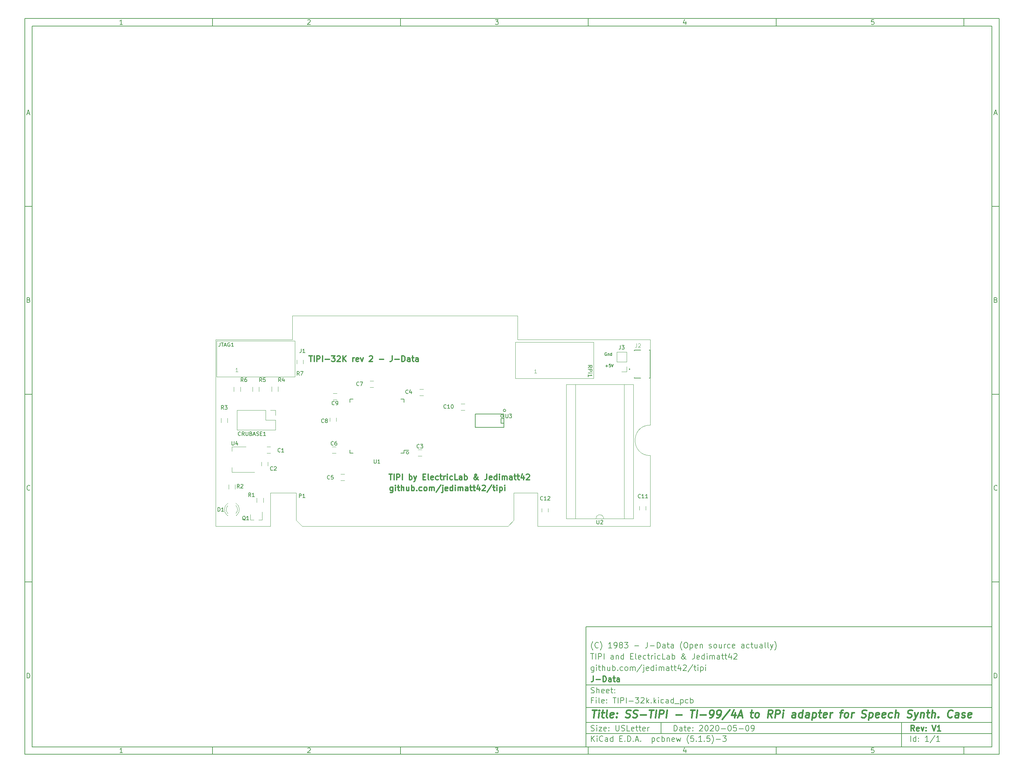
<source format=gbr>
G04 #@! TF.GenerationSoftware,KiCad,Pcbnew,(5.1.5)-3*
G04 #@! TF.CreationDate,2020-06-13T11:59:13-04:00*
G04 #@! TF.ProjectId,TIPI-32k,54495049-2d33-4326-9b2e-6b696361645f,V1*
G04 #@! TF.SameCoordinates,Original*
G04 #@! TF.FileFunction,Legend,Top*
G04 #@! TF.FilePolarity,Positive*
%FSLAX46Y46*%
G04 Gerber Fmt 4.6, Leading zero omitted, Abs format (unit mm)*
G04 Created by KiCad (PCBNEW (5.1.5)-3) date 2020-06-13 11:59:13*
%MOMM*%
%LPD*%
G04 APERTURE LIST*
%ADD10C,0.100000*%
%ADD11C,0.150000*%
%ADD12C,0.300000*%
%ADD13C,0.400000*%
%ADD14C,0.127000*%
G04 #@! TA.AperFunction,Profile*
%ADD15C,0.025400*%
G04 #@! TD*
%ADD16C,0.120000*%
%ADD17C,0.200000*%
%ADD18C,0.015000*%
G04 APERTURE END LIST*
D10*
D11*
X159400000Y-171900000D02*
X159400000Y-203900000D01*
X267400000Y-203900000D01*
X267400000Y-171900000D01*
X159400000Y-171900000D01*
D10*
D11*
X10000000Y-10000000D02*
X10000000Y-205900000D01*
X269400000Y-205900000D01*
X269400000Y-10000000D01*
X10000000Y-10000000D01*
D10*
D11*
X12000000Y-12000000D02*
X12000000Y-203900000D01*
X267400000Y-203900000D01*
X267400000Y-12000000D01*
X12000000Y-12000000D01*
D10*
D11*
X60000000Y-12000000D02*
X60000000Y-10000000D01*
D10*
D11*
X110000000Y-12000000D02*
X110000000Y-10000000D01*
D10*
D11*
X160000000Y-12000000D02*
X160000000Y-10000000D01*
D10*
D11*
X210000000Y-12000000D02*
X210000000Y-10000000D01*
D10*
D11*
X260000000Y-12000000D02*
X260000000Y-10000000D01*
D10*
D11*
X36065476Y-11588095D02*
X35322619Y-11588095D01*
X35694047Y-11588095D02*
X35694047Y-10288095D01*
X35570238Y-10473809D01*
X35446428Y-10597619D01*
X35322619Y-10659523D01*
D10*
D11*
X85322619Y-10411904D02*
X85384523Y-10350000D01*
X85508333Y-10288095D01*
X85817857Y-10288095D01*
X85941666Y-10350000D01*
X86003571Y-10411904D01*
X86065476Y-10535714D01*
X86065476Y-10659523D01*
X86003571Y-10845238D01*
X85260714Y-11588095D01*
X86065476Y-11588095D01*
D10*
D11*
X135260714Y-10288095D02*
X136065476Y-10288095D01*
X135632142Y-10783333D01*
X135817857Y-10783333D01*
X135941666Y-10845238D01*
X136003571Y-10907142D01*
X136065476Y-11030952D01*
X136065476Y-11340476D01*
X136003571Y-11464285D01*
X135941666Y-11526190D01*
X135817857Y-11588095D01*
X135446428Y-11588095D01*
X135322619Y-11526190D01*
X135260714Y-11464285D01*
D10*
D11*
X185941666Y-10721428D02*
X185941666Y-11588095D01*
X185632142Y-10226190D02*
X185322619Y-11154761D01*
X186127380Y-11154761D01*
D10*
D11*
X236003571Y-10288095D02*
X235384523Y-10288095D01*
X235322619Y-10907142D01*
X235384523Y-10845238D01*
X235508333Y-10783333D01*
X235817857Y-10783333D01*
X235941666Y-10845238D01*
X236003571Y-10907142D01*
X236065476Y-11030952D01*
X236065476Y-11340476D01*
X236003571Y-11464285D01*
X235941666Y-11526190D01*
X235817857Y-11588095D01*
X235508333Y-11588095D01*
X235384523Y-11526190D01*
X235322619Y-11464285D01*
D10*
D11*
X60000000Y-203900000D02*
X60000000Y-205900000D01*
D10*
D11*
X110000000Y-203900000D02*
X110000000Y-205900000D01*
D10*
D11*
X160000000Y-203900000D02*
X160000000Y-205900000D01*
D10*
D11*
X210000000Y-203900000D02*
X210000000Y-205900000D01*
D10*
D11*
X260000000Y-203900000D02*
X260000000Y-205900000D01*
D10*
D11*
X36065476Y-205488095D02*
X35322619Y-205488095D01*
X35694047Y-205488095D02*
X35694047Y-204188095D01*
X35570238Y-204373809D01*
X35446428Y-204497619D01*
X35322619Y-204559523D01*
D10*
D11*
X85322619Y-204311904D02*
X85384523Y-204250000D01*
X85508333Y-204188095D01*
X85817857Y-204188095D01*
X85941666Y-204250000D01*
X86003571Y-204311904D01*
X86065476Y-204435714D01*
X86065476Y-204559523D01*
X86003571Y-204745238D01*
X85260714Y-205488095D01*
X86065476Y-205488095D01*
D10*
D11*
X135260714Y-204188095D02*
X136065476Y-204188095D01*
X135632142Y-204683333D01*
X135817857Y-204683333D01*
X135941666Y-204745238D01*
X136003571Y-204807142D01*
X136065476Y-204930952D01*
X136065476Y-205240476D01*
X136003571Y-205364285D01*
X135941666Y-205426190D01*
X135817857Y-205488095D01*
X135446428Y-205488095D01*
X135322619Y-205426190D01*
X135260714Y-205364285D01*
D10*
D11*
X185941666Y-204621428D02*
X185941666Y-205488095D01*
X185632142Y-204126190D02*
X185322619Y-205054761D01*
X186127380Y-205054761D01*
D10*
D11*
X236003571Y-204188095D02*
X235384523Y-204188095D01*
X235322619Y-204807142D01*
X235384523Y-204745238D01*
X235508333Y-204683333D01*
X235817857Y-204683333D01*
X235941666Y-204745238D01*
X236003571Y-204807142D01*
X236065476Y-204930952D01*
X236065476Y-205240476D01*
X236003571Y-205364285D01*
X235941666Y-205426190D01*
X235817857Y-205488095D01*
X235508333Y-205488095D01*
X235384523Y-205426190D01*
X235322619Y-205364285D01*
D10*
D11*
X10000000Y-60000000D02*
X12000000Y-60000000D01*
D10*
D11*
X10000000Y-110000000D02*
X12000000Y-110000000D01*
D10*
D11*
X10000000Y-160000000D02*
X12000000Y-160000000D01*
D10*
D11*
X10690476Y-35216666D02*
X11309523Y-35216666D01*
X10566666Y-35588095D02*
X11000000Y-34288095D01*
X11433333Y-35588095D01*
D10*
D11*
X11092857Y-84907142D02*
X11278571Y-84969047D01*
X11340476Y-85030952D01*
X11402380Y-85154761D01*
X11402380Y-85340476D01*
X11340476Y-85464285D01*
X11278571Y-85526190D01*
X11154761Y-85588095D01*
X10659523Y-85588095D01*
X10659523Y-84288095D01*
X11092857Y-84288095D01*
X11216666Y-84350000D01*
X11278571Y-84411904D01*
X11340476Y-84535714D01*
X11340476Y-84659523D01*
X11278571Y-84783333D01*
X11216666Y-84845238D01*
X11092857Y-84907142D01*
X10659523Y-84907142D01*
D10*
D11*
X11402380Y-135464285D02*
X11340476Y-135526190D01*
X11154761Y-135588095D01*
X11030952Y-135588095D01*
X10845238Y-135526190D01*
X10721428Y-135402380D01*
X10659523Y-135278571D01*
X10597619Y-135030952D01*
X10597619Y-134845238D01*
X10659523Y-134597619D01*
X10721428Y-134473809D01*
X10845238Y-134350000D01*
X11030952Y-134288095D01*
X11154761Y-134288095D01*
X11340476Y-134350000D01*
X11402380Y-134411904D01*
D10*
D11*
X10659523Y-185588095D02*
X10659523Y-184288095D01*
X10969047Y-184288095D01*
X11154761Y-184350000D01*
X11278571Y-184473809D01*
X11340476Y-184597619D01*
X11402380Y-184845238D01*
X11402380Y-185030952D01*
X11340476Y-185278571D01*
X11278571Y-185402380D01*
X11154761Y-185526190D01*
X10969047Y-185588095D01*
X10659523Y-185588095D01*
D10*
D11*
X269400000Y-60000000D02*
X267400000Y-60000000D01*
D10*
D11*
X269400000Y-110000000D02*
X267400000Y-110000000D01*
D10*
D11*
X269400000Y-160000000D02*
X267400000Y-160000000D01*
D10*
D11*
X268090476Y-35216666D02*
X268709523Y-35216666D01*
X267966666Y-35588095D02*
X268400000Y-34288095D01*
X268833333Y-35588095D01*
D10*
D11*
X268492857Y-84907142D02*
X268678571Y-84969047D01*
X268740476Y-85030952D01*
X268802380Y-85154761D01*
X268802380Y-85340476D01*
X268740476Y-85464285D01*
X268678571Y-85526190D01*
X268554761Y-85588095D01*
X268059523Y-85588095D01*
X268059523Y-84288095D01*
X268492857Y-84288095D01*
X268616666Y-84350000D01*
X268678571Y-84411904D01*
X268740476Y-84535714D01*
X268740476Y-84659523D01*
X268678571Y-84783333D01*
X268616666Y-84845238D01*
X268492857Y-84907142D01*
X268059523Y-84907142D01*
D10*
D11*
X268802380Y-135464285D02*
X268740476Y-135526190D01*
X268554761Y-135588095D01*
X268430952Y-135588095D01*
X268245238Y-135526190D01*
X268121428Y-135402380D01*
X268059523Y-135278571D01*
X267997619Y-135030952D01*
X267997619Y-134845238D01*
X268059523Y-134597619D01*
X268121428Y-134473809D01*
X268245238Y-134350000D01*
X268430952Y-134288095D01*
X268554761Y-134288095D01*
X268740476Y-134350000D01*
X268802380Y-134411904D01*
D10*
D11*
X268059523Y-185588095D02*
X268059523Y-184288095D01*
X268369047Y-184288095D01*
X268554761Y-184350000D01*
X268678571Y-184473809D01*
X268740476Y-184597619D01*
X268802380Y-184845238D01*
X268802380Y-185030952D01*
X268740476Y-185278571D01*
X268678571Y-185402380D01*
X268554761Y-185526190D01*
X268369047Y-185588095D01*
X268059523Y-185588095D01*
D10*
D11*
X182832142Y-199678571D02*
X182832142Y-198178571D01*
X183189285Y-198178571D01*
X183403571Y-198250000D01*
X183546428Y-198392857D01*
X183617857Y-198535714D01*
X183689285Y-198821428D01*
X183689285Y-199035714D01*
X183617857Y-199321428D01*
X183546428Y-199464285D01*
X183403571Y-199607142D01*
X183189285Y-199678571D01*
X182832142Y-199678571D01*
X184975000Y-199678571D02*
X184975000Y-198892857D01*
X184903571Y-198750000D01*
X184760714Y-198678571D01*
X184475000Y-198678571D01*
X184332142Y-198750000D01*
X184975000Y-199607142D02*
X184832142Y-199678571D01*
X184475000Y-199678571D01*
X184332142Y-199607142D01*
X184260714Y-199464285D01*
X184260714Y-199321428D01*
X184332142Y-199178571D01*
X184475000Y-199107142D01*
X184832142Y-199107142D01*
X184975000Y-199035714D01*
X185475000Y-198678571D02*
X186046428Y-198678571D01*
X185689285Y-198178571D02*
X185689285Y-199464285D01*
X185760714Y-199607142D01*
X185903571Y-199678571D01*
X186046428Y-199678571D01*
X187117857Y-199607142D02*
X186975000Y-199678571D01*
X186689285Y-199678571D01*
X186546428Y-199607142D01*
X186475000Y-199464285D01*
X186475000Y-198892857D01*
X186546428Y-198750000D01*
X186689285Y-198678571D01*
X186975000Y-198678571D01*
X187117857Y-198750000D01*
X187189285Y-198892857D01*
X187189285Y-199035714D01*
X186475000Y-199178571D01*
X187832142Y-199535714D02*
X187903571Y-199607142D01*
X187832142Y-199678571D01*
X187760714Y-199607142D01*
X187832142Y-199535714D01*
X187832142Y-199678571D01*
X187832142Y-198750000D02*
X187903571Y-198821428D01*
X187832142Y-198892857D01*
X187760714Y-198821428D01*
X187832142Y-198750000D01*
X187832142Y-198892857D01*
X189617857Y-198321428D02*
X189689285Y-198250000D01*
X189832142Y-198178571D01*
X190189285Y-198178571D01*
X190332142Y-198250000D01*
X190403571Y-198321428D01*
X190475000Y-198464285D01*
X190475000Y-198607142D01*
X190403571Y-198821428D01*
X189546428Y-199678571D01*
X190475000Y-199678571D01*
X191403571Y-198178571D02*
X191546428Y-198178571D01*
X191689285Y-198250000D01*
X191760714Y-198321428D01*
X191832142Y-198464285D01*
X191903571Y-198750000D01*
X191903571Y-199107142D01*
X191832142Y-199392857D01*
X191760714Y-199535714D01*
X191689285Y-199607142D01*
X191546428Y-199678571D01*
X191403571Y-199678571D01*
X191260714Y-199607142D01*
X191189285Y-199535714D01*
X191117857Y-199392857D01*
X191046428Y-199107142D01*
X191046428Y-198750000D01*
X191117857Y-198464285D01*
X191189285Y-198321428D01*
X191260714Y-198250000D01*
X191403571Y-198178571D01*
X192475000Y-198321428D02*
X192546428Y-198250000D01*
X192689285Y-198178571D01*
X193046428Y-198178571D01*
X193189285Y-198250000D01*
X193260714Y-198321428D01*
X193332142Y-198464285D01*
X193332142Y-198607142D01*
X193260714Y-198821428D01*
X192403571Y-199678571D01*
X193332142Y-199678571D01*
X194260714Y-198178571D02*
X194403571Y-198178571D01*
X194546428Y-198250000D01*
X194617857Y-198321428D01*
X194689285Y-198464285D01*
X194760714Y-198750000D01*
X194760714Y-199107142D01*
X194689285Y-199392857D01*
X194617857Y-199535714D01*
X194546428Y-199607142D01*
X194403571Y-199678571D01*
X194260714Y-199678571D01*
X194117857Y-199607142D01*
X194046428Y-199535714D01*
X193975000Y-199392857D01*
X193903571Y-199107142D01*
X193903571Y-198750000D01*
X193975000Y-198464285D01*
X194046428Y-198321428D01*
X194117857Y-198250000D01*
X194260714Y-198178571D01*
X195403571Y-199107142D02*
X196546428Y-199107142D01*
X197546428Y-198178571D02*
X197689285Y-198178571D01*
X197832142Y-198250000D01*
X197903571Y-198321428D01*
X197975000Y-198464285D01*
X198046428Y-198750000D01*
X198046428Y-199107142D01*
X197975000Y-199392857D01*
X197903571Y-199535714D01*
X197832142Y-199607142D01*
X197689285Y-199678571D01*
X197546428Y-199678571D01*
X197403571Y-199607142D01*
X197332142Y-199535714D01*
X197260714Y-199392857D01*
X197189285Y-199107142D01*
X197189285Y-198750000D01*
X197260714Y-198464285D01*
X197332142Y-198321428D01*
X197403571Y-198250000D01*
X197546428Y-198178571D01*
X199403571Y-198178571D02*
X198689285Y-198178571D01*
X198617857Y-198892857D01*
X198689285Y-198821428D01*
X198832142Y-198750000D01*
X199189285Y-198750000D01*
X199332142Y-198821428D01*
X199403571Y-198892857D01*
X199475000Y-199035714D01*
X199475000Y-199392857D01*
X199403571Y-199535714D01*
X199332142Y-199607142D01*
X199189285Y-199678571D01*
X198832142Y-199678571D01*
X198689285Y-199607142D01*
X198617857Y-199535714D01*
X200117857Y-199107142D02*
X201260714Y-199107142D01*
X202260714Y-198178571D02*
X202403571Y-198178571D01*
X202546428Y-198250000D01*
X202617857Y-198321428D01*
X202689285Y-198464285D01*
X202760714Y-198750000D01*
X202760714Y-199107142D01*
X202689285Y-199392857D01*
X202617857Y-199535714D01*
X202546428Y-199607142D01*
X202403571Y-199678571D01*
X202260714Y-199678571D01*
X202117857Y-199607142D01*
X202046428Y-199535714D01*
X201975000Y-199392857D01*
X201903571Y-199107142D01*
X201903571Y-198750000D01*
X201975000Y-198464285D01*
X202046428Y-198321428D01*
X202117857Y-198250000D01*
X202260714Y-198178571D01*
X203475000Y-199678571D02*
X203760714Y-199678571D01*
X203903571Y-199607142D01*
X203975000Y-199535714D01*
X204117857Y-199321428D01*
X204189285Y-199035714D01*
X204189285Y-198464285D01*
X204117857Y-198321428D01*
X204046428Y-198250000D01*
X203903571Y-198178571D01*
X203617857Y-198178571D01*
X203475000Y-198250000D01*
X203403571Y-198321428D01*
X203332142Y-198464285D01*
X203332142Y-198821428D01*
X203403571Y-198964285D01*
X203475000Y-199035714D01*
X203617857Y-199107142D01*
X203903571Y-199107142D01*
X204046428Y-199035714D01*
X204117857Y-198964285D01*
X204189285Y-198821428D01*
D10*
D11*
X159400000Y-200400000D02*
X267400000Y-200400000D01*
D10*
D11*
X160832142Y-202478571D02*
X160832142Y-200978571D01*
X161689285Y-202478571D02*
X161046428Y-201621428D01*
X161689285Y-200978571D02*
X160832142Y-201835714D01*
X162332142Y-202478571D02*
X162332142Y-201478571D01*
X162332142Y-200978571D02*
X162260714Y-201050000D01*
X162332142Y-201121428D01*
X162403571Y-201050000D01*
X162332142Y-200978571D01*
X162332142Y-201121428D01*
X163903571Y-202335714D02*
X163832142Y-202407142D01*
X163617857Y-202478571D01*
X163475000Y-202478571D01*
X163260714Y-202407142D01*
X163117857Y-202264285D01*
X163046428Y-202121428D01*
X162975000Y-201835714D01*
X162975000Y-201621428D01*
X163046428Y-201335714D01*
X163117857Y-201192857D01*
X163260714Y-201050000D01*
X163475000Y-200978571D01*
X163617857Y-200978571D01*
X163832142Y-201050000D01*
X163903571Y-201121428D01*
X165189285Y-202478571D02*
X165189285Y-201692857D01*
X165117857Y-201550000D01*
X164975000Y-201478571D01*
X164689285Y-201478571D01*
X164546428Y-201550000D01*
X165189285Y-202407142D02*
X165046428Y-202478571D01*
X164689285Y-202478571D01*
X164546428Y-202407142D01*
X164475000Y-202264285D01*
X164475000Y-202121428D01*
X164546428Y-201978571D01*
X164689285Y-201907142D01*
X165046428Y-201907142D01*
X165189285Y-201835714D01*
X166546428Y-202478571D02*
X166546428Y-200978571D01*
X166546428Y-202407142D02*
X166403571Y-202478571D01*
X166117857Y-202478571D01*
X165975000Y-202407142D01*
X165903571Y-202335714D01*
X165832142Y-202192857D01*
X165832142Y-201764285D01*
X165903571Y-201621428D01*
X165975000Y-201550000D01*
X166117857Y-201478571D01*
X166403571Y-201478571D01*
X166546428Y-201550000D01*
X168403571Y-201692857D02*
X168903571Y-201692857D01*
X169117857Y-202478571D02*
X168403571Y-202478571D01*
X168403571Y-200978571D01*
X169117857Y-200978571D01*
X169760714Y-202335714D02*
X169832142Y-202407142D01*
X169760714Y-202478571D01*
X169689285Y-202407142D01*
X169760714Y-202335714D01*
X169760714Y-202478571D01*
X170475000Y-202478571D02*
X170475000Y-200978571D01*
X170832142Y-200978571D01*
X171046428Y-201050000D01*
X171189285Y-201192857D01*
X171260714Y-201335714D01*
X171332142Y-201621428D01*
X171332142Y-201835714D01*
X171260714Y-202121428D01*
X171189285Y-202264285D01*
X171046428Y-202407142D01*
X170832142Y-202478571D01*
X170475000Y-202478571D01*
X171975000Y-202335714D02*
X172046428Y-202407142D01*
X171975000Y-202478571D01*
X171903571Y-202407142D01*
X171975000Y-202335714D01*
X171975000Y-202478571D01*
X172617857Y-202050000D02*
X173332142Y-202050000D01*
X172475000Y-202478571D02*
X172975000Y-200978571D01*
X173475000Y-202478571D01*
X173975000Y-202335714D02*
X174046428Y-202407142D01*
X173975000Y-202478571D01*
X173903571Y-202407142D01*
X173975000Y-202335714D01*
X173975000Y-202478571D01*
X176975000Y-201478571D02*
X176975000Y-202978571D01*
X176975000Y-201550000D02*
X177117857Y-201478571D01*
X177403571Y-201478571D01*
X177546428Y-201550000D01*
X177617857Y-201621428D01*
X177689285Y-201764285D01*
X177689285Y-202192857D01*
X177617857Y-202335714D01*
X177546428Y-202407142D01*
X177403571Y-202478571D01*
X177117857Y-202478571D01*
X176975000Y-202407142D01*
X178975000Y-202407142D02*
X178832142Y-202478571D01*
X178546428Y-202478571D01*
X178403571Y-202407142D01*
X178332142Y-202335714D01*
X178260714Y-202192857D01*
X178260714Y-201764285D01*
X178332142Y-201621428D01*
X178403571Y-201550000D01*
X178546428Y-201478571D01*
X178832142Y-201478571D01*
X178975000Y-201550000D01*
X179617857Y-202478571D02*
X179617857Y-200978571D01*
X179617857Y-201550000D02*
X179760714Y-201478571D01*
X180046428Y-201478571D01*
X180189285Y-201550000D01*
X180260714Y-201621428D01*
X180332142Y-201764285D01*
X180332142Y-202192857D01*
X180260714Y-202335714D01*
X180189285Y-202407142D01*
X180046428Y-202478571D01*
X179760714Y-202478571D01*
X179617857Y-202407142D01*
X180975000Y-201478571D02*
X180975000Y-202478571D01*
X180975000Y-201621428D02*
X181046428Y-201550000D01*
X181189285Y-201478571D01*
X181403571Y-201478571D01*
X181546428Y-201550000D01*
X181617857Y-201692857D01*
X181617857Y-202478571D01*
X182903571Y-202407142D02*
X182760714Y-202478571D01*
X182475000Y-202478571D01*
X182332142Y-202407142D01*
X182260714Y-202264285D01*
X182260714Y-201692857D01*
X182332142Y-201550000D01*
X182475000Y-201478571D01*
X182760714Y-201478571D01*
X182903571Y-201550000D01*
X182975000Y-201692857D01*
X182975000Y-201835714D01*
X182260714Y-201978571D01*
X183475000Y-201478571D02*
X183760714Y-202478571D01*
X184046428Y-201764285D01*
X184332142Y-202478571D01*
X184617857Y-201478571D01*
X186760714Y-203050000D02*
X186689285Y-202978571D01*
X186546428Y-202764285D01*
X186475000Y-202621428D01*
X186403571Y-202407142D01*
X186332142Y-202050000D01*
X186332142Y-201764285D01*
X186403571Y-201407142D01*
X186475000Y-201192857D01*
X186546428Y-201050000D01*
X186689285Y-200835714D01*
X186760714Y-200764285D01*
X188046428Y-200978571D02*
X187332142Y-200978571D01*
X187260714Y-201692857D01*
X187332142Y-201621428D01*
X187475000Y-201550000D01*
X187832142Y-201550000D01*
X187975000Y-201621428D01*
X188046428Y-201692857D01*
X188117857Y-201835714D01*
X188117857Y-202192857D01*
X188046428Y-202335714D01*
X187975000Y-202407142D01*
X187832142Y-202478571D01*
X187475000Y-202478571D01*
X187332142Y-202407142D01*
X187260714Y-202335714D01*
X188760714Y-202335714D02*
X188832142Y-202407142D01*
X188760714Y-202478571D01*
X188689285Y-202407142D01*
X188760714Y-202335714D01*
X188760714Y-202478571D01*
X190260714Y-202478571D02*
X189403571Y-202478571D01*
X189832142Y-202478571D02*
X189832142Y-200978571D01*
X189689285Y-201192857D01*
X189546428Y-201335714D01*
X189403571Y-201407142D01*
X190903571Y-202335714D02*
X190975000Y-202407142D01*
X190903571Y-202478571D01*
X190832142Y-202407142D01*
X190903571Y-202335714D01*
X190903571Y-202478571D01*
X192332142Y-200978571D02*
X191617857Y-200978571D01*
X191546428Y-201692857D01*
X191617857Y-201621428D01*
X191760714Y-201550000D01*
X192117857Y-201550000D01*
X192260714Y-201621428D01*
X192332142Y-201692857D01*
X192403571Y-201835714D01*
X192403571Y-202192857D01*
X192332142Y-202335714D01*
X192260714Y-202407142D01*
X192117857Y-202478571D01*
X191760714Y-202478571D01*
X191617857Y-202407142D01*
X191546428Y-202335714D01*
X192903571Y-203050000D02*
X192975000Y-202978571D01*
X193117857Y-202764285D01*
X193189285Y-202621428D01*
X193260714Y-202407142D01*
X193332142Y-202050000D01*
X193332142Y-201764285D01*
X193260714Y-201407142D01*
X193189285Y-201192857D01*
X193117857Y-201050000D01*
X192975000Y-200835714D01*
X192903571Y-200764285D01*
X194046428Y-201907142D02*
X195189285Y-201907142D01*
X195760714Y-200978571D02*
X196689285Y-200978571D01*
X196189285Y-201550000D01*
X196403571Y-201550000D01*
X196546428Y-201621428D01*
X196617857Y-201692857D01*
X196689285Y-201835714D01*
X196689285Y-202192857D01*
X196617857Y-202335714D01*
X196546428Y-202407142D01*
X196403571Y-202478571D01*
X195975000Y-202478571D01*
X195832142Y-202407142D01*
X195760714Y-202335714D01*
D10*
D11*
X159400000Y-197400000D02*
X267400000Y-197400000D01*
D10*
D12*
X246809285Y-199678571D02*
X246309285Y-198964285D01*
X245952142Y-199678571D02*
X245952142Y-198178571D01*
X246523571Y-198178571D01*
X246666428Y-198250000D01*
X246737857Y-198321428D01*
X246809285Y-198464285D01*
X246809285Y-198678571D01*
X246737857Y-198821428D01*
X246666428Y-198892857D01*
X246523571Y-198964285D01*
X245952142Y-198964285D01*
X248023571Y-199607142D02*
X247880714Y-199678571D01*
X247595000Y-199678571D01*
X247452142Y-199607142D01*
X247380714Y-199464285D01*
X247380714Y-198892857D01*
X247452142Y-198750000D01*
X247595000Y-198678571D01*
X247880714Y-198678571D01*
X248023571Y-198750000D01*
X248095000Y-198892857D01*
X248095000Y-199035714D01*
X247380714Y-199178571D01*
X248595000Y-198678571D02*
X248952142Y-199678571D01*
X249309285Y-198678571D01*
X249880714Y-199535714D02*
X249952142Y-199607142D01*
X249880714Y-199678571D01*
X249809285Y-199607142D01*
X249880714Y-199535714D01*
X249880714Y-199678571D01*
X249880714Y-198750000D02*
X249952142Y-198821428D01*
X249880714Y-198892857D01*
X249809285Y-198821428D01*
X249880714Y-198750000D01*
X249880714Y-198892857D01*
X251523571Y-198178571D02*
X252023571Y-199678571D01*
X252523571Y-198178571D01*
X253809285Y-199678571D02*
X252952142Y-199678571D01*
X253380714Y-199678571D02*
X253380714Y-198178571D01*
X253237857Y-198392857D01*
X253095000Y-198535714D01*
X252952142Y-198607142D01*
D10*
D11*
X160760714Y-199607142D02*
X160975000Y-199678571D01*
X161332142Y-199678571D01*
X161475000Y-199607142D01*
X161546428Y-199535714D01*
X161617857Y-199392857D01*
X161617857Y-199250000D01*
X161546428Y-199107142D01*
X161475000Y-199035714D01*
X161332142Y-198964285D01*
X161046428Y-198892857D01*
X160903571Y-198821428D01*
X160832142Y-198750000D01*
X160760714Y-198607142D01*
X160760714Y-198464285D01*
X160832142Y-198321428D01*
X160903571Y-198250000D01*
X161046428Y-198178571D01*
X161403571Y-198178571D01*
X161617857Y-198250000D01*
X162260714Y-199678571D02*
X162260714Y-198678571D01*
X162260714Y-198178571D02*
X162189285Y-198250000D01*
X162260714Y-198321428D01*
X162332142Y-198250000D01*
X162260714Y-198178571D01*
X162260714Y-198321428D01*
X162832142Y-198678571D02*
X163617857Y-198678571D01*
X162832142Y-199678571D01*
X163617857Y-199678571D01*
X164760714Y-199607142D02*
X164617857Y-199678571D01*
X164332142Y-199678571D01*
X164189285Y-199607142D01*
X164117857Y-199464285D01*
X164117857Y-198892857D01*
X164189285Y-198750000D01*
X164332142Y-198678571D01*
X164617857Y-198678571D01*
X164760714Y-198750000D01*
X164832142Y-198892857D01*
X164832142Y-199035714D01*
X164117857Y-199178571D01*
X165475000Y-199535714D02*
X165546428Y-199607142D01*
X165475000Y-199678571D01*
X165403571Y-199607142D01*
X165475000Y-199535714D01*
X165475000Y-199678571D01*
X165475000Y-198750000D02*
X165546428Y-198821428D01*
X165475000Y-198892857D01*
X165403571Y-198821428D01*
X165475000Y-198750000D01*
X165475000Y-198892857D01*
X167332142Y-198178571D02*
X167332142Y-199392857D01*
X167403571Y-199535714D01*
X167475000Y-199607142D01*
X167617857Y-199678571D01*
X167903571Y-199678571D01*
X168046428Y-199607142D01*
X168117857Y-199535714D01*
X168189285Y-199392857D01*
X168189285Y-198178571D01*
X168832142Y-199607142D02*
X169046428Y-199678571D01*
X169403571Y-199678571D01*
X169546428Y-199607142D01*
X169617857Y-199535714D01*
X169689285Y-199392857D01*
X169689285Y-199250000D01*
X169617857Y-199107142D01*
X169546428Y-199035714D01*
X169403571Y-198964285D01*
X169117857Y-198892857D01*
X168975000Y-198821428D01*
X168903571Y-198750000D01*
X168832142Y-198607142D01*
X168832142Y-198464285D01*
X168903571Y-198321428D01*
X168975000Y-198250000D01*
X169117857Y-198178571D01*
X169475000Y-198178571D01*
X169689285Y-198250000D01*
X171046428Y-199678571D02*
X170332142Y-199678571D01*
X170332142Y-198178571D01*
X172117857Y-199607142D02*
X171975000Y-199678571D01*
X171689285Y-199678571D01*
X171546428Y-199607142D01*
X171475000Y-199464285D01*
X171475000Y-198892857D01*
X171546428Y-198750000D01*
X171689285Y-198678571D01*
X171975000Y-198678571D01*
X172117857Y-198750000D01*
X172189285Y-198892857D01*
X172189285Y-199035714D01*
X171475000Y-199178571D01*
X172617857Y-198678571D02*
X173189285Y-198678571D01*
X172832142Y-198178571D02*
X172832142Y-199464285D01*
X172903571Y-199607142D01*
X173046428Y-199678571D01*
X173189285Y-199678571D01*
X173475000Y-198678571D02*
X174046428Y-198678571D01*
X173689285Y-198178571D02*
X173689285Y-199464285D01*
X173760714Y-199607142D01*
X173903571Y-199678571D01*
X174046428Y-199678571D01*
X175117857Y-199607142D02*
X174975000Y-199678571D01*
X174689285Y-199678571D01*
X174546428Y-199607142D01*
X174475000Y-199464285D01*
X174475000Y-198892857D01*
X174546428Y-198750000D01*
X174689285Y-198678571D01*
X174975000Y-198678571D01*
X175117857Y-198750000D01*
X175189285Y-198892857D01*
X175189285Y-199035714D01*
X174475000Y-199178571D01*
X175832142Y-199678571D02*
X175832142Y-198678571D01*
X175832142Y-198964285D02*
X175903571Y-198821428D01*
X175975000Y-198750000D01*
X176117857Y-198678571D01*
X176260714Y-198678571D01*
D10*
D11*
X245832142Y-202478571D02*
X245832142Y-200978571D01*
X247189285Y-202478571D02*
X247189285Y-200978571D01*
X247189285Y-202407142D02*
X247046428Y-202478571D01*
X246760714Y-202478571D01*
X246617857Y-202407142D01*
X246546428Y-202335714D01*
X246475000Y-202192857D01*
X246475000Y-201764285D01*
X246546428Y-201621428D01*
X246617857Y-201550000D01*
X246760714Y-201478571D01*
X247046428Y-201478571D01*
X247189285Y-201550000D01*
X247903571Y-202335714D02*
X247975000Y-202407142D01*
X247903571Y-202478571D01*
X247832142Y-202407142D01*
X247903571Y-202335714D01*
X247903571Y-202478571D01*
X247903571Y-201550000D02*
X247975000Y-201621428D01*
X247903571Y-201692857D01*
X247832142Y-201621428D01*
X247903571Y-201550000D01*
X247903571Y-201692857D01*
X250546428Y-202478571D02*
X249689285Y-202478571D01*
X250117857Y-202478571D02*
X250117857Y-200978571D01*
X249975000Y-201192857D01*
X249832142Y-201335714D01*
X249689285Y-201407142D01*
X252260714Y-200907142D02*
X250975000Y-202835714D01*
X253546428Y-202478571D02*
X252689285Y-202478571D01*
X253117857Y-202478571D02*
X253117857Y-200978571D01*
X252975000Y-201192857D01*
X252832142Y-201335714D01*
X252689285Y-201407142D01*
D10*
D11*
X159400000Y-193400000D02*
X267400000Y-193400000D01*
D10*
D13*
X161112380Y-194104761D02*
X162255238Y-194104761D01*
X161433809Y-196104761D02*
X161683809Y-194104761D01*
X162671904Y-196104761D02*
X162838571Y-194771428D01*
X162921904Y-194104761D02*
X162814761Y-194200000D01*
X162898095Y-194295238D01*
X163005238Y-194200000D01*
X162921904Y-194104761D01*
X162898095Y-194295238D01*
X163505238Y-194771428D02*
X164267142Y-194771428D01*
X163874285Y-194104761D02*
X163660000Y-195819047D01*
X163731428Y-196009523D01*
X163910000Y-196104761D01*
X164100476Y-196104761D01*
X165052857Y-196104761D02*
X164874285Y-196009523D01*
X164802857Y-195819047D01*
X165017142Y-194104761D01*
X166588571Y-196009523D02*
X166386190Y-196104761D01*
X166005238Y-196104761D01*
X165826666Y-196009523D01*
X165755238Y-195819047D01*
X165850476Y-195057142D01*
X165969523Y-194866666D01*
X166171904Y-194771428D01*
X166552857Y-194771428D01*
X166731428Y-194866666D01*
X166802857Y-195057142D01*
X166779047Y-195247619D01*
X165802857Y-195438095D01*
X167552857Y-195914285D02*
X167636190Y-196009523D01*
X167529047Y-196104761D01*
X167445714Y-196009523D01*
X167552857Y-195914285D01*
X167529047Y-196104761D01*
X167683809Y-194866666D02*
X167767142Y-194961904D01*
X167660000Y-195057142D01*
X167576666Y-194961904D01*
X167683809Y-194866666D01*
X167660000Y-195057142D01*
X169921904Y-196009523D02*
X170195714Y-196104761D01*
X170671904Y-196104761D01*
X170874285Y-196009523D01*
X170981428Y-195914285D01*
X171100476Y-195723809D01*
X171124285Y-195533333D01*
X171052857Y-195342857D01*
X170969523Y-195247619D01*
X170790952Y-195152380D01*
X170421904Y-195057142D01*
X170243333Y-194961904D01*
X170160000Y-194866666D01*
X170088571Y-194676190D01*
X170112380Y-194485714D01*
X170231428Y-194295238D01*
X170338571Y-194200000D01*
X170540952Y-194104761D01*
X171017142Y-194104761D01*
X171290952Y-194200000D01*
X171826666Y-196009523D02*
X172100476Y-196104761D01*
X172576666Y-196104761D01*
X172779047Y-196009523D01*
X172886190Y-195914285D01*
X173005238Y-195723809D01*
X173029047Y-195533333D01*
X172957619Y-195342857D01*
X172874285Y-195247619D01*
X172695714Y-195152380D01*
X172326666Y-195057142D01*
X172148095Y-194961904D01*
X172064761Y-194866666D01*
X171993333Y-194676190D01*
X172017142Y-194485714D01*
X172136190Y-194295238D01*
X172243333Y-194200000D01*
X172445714Y-194104761D01*
X172921904Y-194104761D01*
X173195714Y-194200000D01*
X173910000Y-195342857D02*
X175433809Y-195342857D01*
X176255238Y-194104761D02*
X177398095Y-194104761D01*
X176576666Y-196104761D02*
X176826666Y-194104761D01*
X177814761Y-196104761D02*
X178064761Y-194104761D01*
X178767142Y-196104761D02*
X179017142Y-194104761D01*
X179779047Y-194104761D01*
X179957619Y-194200000D01*
X180040952Y-194295238D01*
X180112380Y-194485714D01*
X180076666Y-194771428D01*
X179957619Y-194961904D01*
X179850476Y-195057142D01*
X179648095Y-195152380D01*
X178886190Y-195152380D01*
X180767142Y-196104761D02*
X181017142Y-194104761D01*
X183338571Y-195342857D02*
X184862380Y-195342857D01*
X187207619Y-194104761D02*
X188350476Y-194104761D01*
X187529047Y-196104761D02*
X187779047Y-194104761D01*
X188767142Y-196104761D02*
X189017142Y-194104761D01*
X189814761Y-195342857D02*
X191338571Y-195342857D01*
X192290952Y-196104761D02*
X192671904Y-196104761D01*
X192874285Y-196009523D01*
X192981428Y-195914285D01*
X193207619Y-195628571D01*
X193350476Y-195247619D01*
X193445714Y-194485714D01*
X193374285Y-194295238D01*
X193290952Y-194200000D01*
X193112380Y-194104761D01*
X192731428Y-194104761D01*
X192529047Y-194200000D01*
X192421904Y-194295238D01*
X192302857Y-194485714D01*
X192243333Y-194961904D01*
X192314761Y-195152380D01*
X192398095Y-195247619D01*
X192576666Y-195342857D01*
X192957619Y-195342857D01*
X193160000Y-195247619D01*
X193267142Y-195152380D01*
X193386190Y-194961904D01*
X194195714Y-196104761D02*
X194576666Y-196104761D01*
X194779047Y-196009523D01*
X194886190Y-195914285D01*
X195112380Y-195628571D01*
X195255238Y-195247619D01*
X195350476Y-194485714D01*
X195279047Y-194295238D01*
X195195714Y-194200000D01*
X195017142Y-194104761D01*
X194636190Y-194104761D01*
X194433809Y-194200000D01*
X194326666Y-194295238D01*
X194207619Y-194485714D01*
X194148095Y-194961904D01*
X194219523Y-195152380D01*
X194302857Y-195247619D01*
X194481428Y-195342857D01*
X194862380Y-195342857D01*
X195064761Y-195247619D01*
X195171904Y-195152380D01*
X195290952Y-194961904D01*
X197695714Y-194009523D02*
X195660000Y-196580952D01*
X199124285Y-194771428D02*
X198957619Y-196104761D01*
X198743333Y-194009523D02*
X198088571Y-195438095D01*
X199326666Y-195438095D01*
X199981428Y-195533333D02*
X200933809Y-195533333D01*
X199719523Y-196104761D02*
X200636190Y-194104761D01*
X201052857Y-196104761D01*
X203124285Y-194771428D02*
X203886190Y-194771428D01*
X203493333Y-194104761D02*
X203279047Y-195819047D01*
X203350476Y-196009523D01*
X203529047Y-196104761D01*
X203719523Y-196104761D01*
X204671904Y-196104761D02*
X204493333Y-196009523D01*
X204410000Y-195914285D01*
X204338571Y-195723809D01*
X204410000Y-195152380D01*
X204529047Y-194961904D01*
X204636190Y-194866666D01*
X204838571Y-194771428D01*
X205124285Y-194771428D01*
X205302857Y-194866666D01*
X205386190Y-194961904D01*
X205457619Y-195152380D01*
X205386190Y-195723809D01*
X205267142Y-195914285D01*
X205160000Y-196009523D01*
X204957619Y-196104761D01*
X204671904Y-196104761D01*
X208862380Y-196104761D02*
X208314761Y-195152380D01*
X207719523Y-196104761D02*
X207969523Y-194104761D01*
X208731428Y-194104761D01*
X208910000Y-194200000D01*
X208993333Y-194295238D01*
X209064761Y-194485714D01*
X209029047Y-194771428D01*
X208910000Y-194961904D01*
X208802857Y-195057142D01*
X208600476Y-195152380D01*
X207838571Y-195152380D01*
X209719523Y-196104761D02*
X209969523Y-194104761D01*
X210731428Y-194104761D01*
X210910000Y-194200000D01*
X210993333Y-194295238D01*
X211064761Y-194485714D01*
X211029047Y-194771428D01*
X210910000Y-194961904D01*
X210802857Y-195057142D01*
X210600476Y-195152380D01*
X209838571Y-195152380D01*
X211719523Y-196104761D02*
X211886190Y-194771428D01*
X211969523Y-194104761D02*
X211862380Y-194200000D01*
X211945714Y-194295238D01*
X212052857Y-194200000D01*
X211969523Y-194104761D01*
X211945714Y-194295238D01*
X215052857Y-196104761D02*
X215183809Y-195057142D01*
X215112380Y-194866666D01*
X214933809Y-194771428D01*
X214552857Y-194771428D01*
X214350476Y-194866666D01*
X215064761Y-196009523D02*
X214862380Y-196104761D01*
X214386190Y-196104761D01*
X214207619Y-196009523D01*
X214136190Y-195819047D01*
X214160000Y-195628571D01*
X214279047Y-195438095D01*
X214481428Y-195342857D01*
X214957619Y-195342857D01*
X215160000Y-195247619D01*
X216862380Y-196104761D02*
X217112380Y-194104761D01*
X216874285Y-196009523D02*
X216671904Y-196104761D01*
X216290952Y-196104761D01*
X216112380Y-196009523D01*
X216029047Y-195914285D01*
X215957619Y-195723809D01*
X216029047Y-195152380D01*
X216148095Y-194961904D01*
X216255238Y-194866666D01*
X216457619Y-194771428D01*
X216838571Y-194771428D01*
X217017142Y-194866666D01*
X218671904Y-196104761D02*
X218802857Y-195057142D01*
X218731428Y-194866666D01*
X218552857Y-194771428D01*
X218171904Y-194771428D01*
X217969523Y-194866666D01*
X218683809Y-196009523D02*
X218481428Y-196104761D01*
X218005238Y-196104761D01*
X217826666Y-196009523D01*
X217755238Y-195819047D01*
X217779047Y-195628571D01*
X217898095Y-195438095D01*
X218100476Y-195342857D01*
X218576666Y-195342857D01*
X218779047Y-195247619D01*
X219790952Y-194771428D02*
X219540952Y-196771428D01*
X219779047Y-194866666D02*
X219981428Y-194771428D01*
X220362380Y-194771428D01*
X220540952Y-194866666D01*
X220624285Y-194961904D01*
X220695714Y-195152380D01*
X220624285Y-195723809D01*
X220505238Y-195914285D01*
X220398095Y-196009523D01*
X220195714Y-196104761D01*
X219814761Y-196104761D01*
X219636190Y-196009523D01*
X221314761Y-194771428D02*
X222076666Y-194771428D01*
X221683809Y-194104761D02*
X221469523Y-195819047D01*
X221540952Y-196009523D01*
X221719523Y-196104761D01*
X221909999Y-196104761D01*
X223350476Y-196009523D02*
X223148095Y-196104761D01*
X222767142Y-196104761D01*
X222588571Y-196009523D01*
X222517142Y-195819047D01*
X222612380Y-195057142D01*
X222731428Y-194866666D01*
X222933809Y-194771428D01*
X223314761Y-194771428D01*
X223493333Y-194866666D01*
X223564761Y-195057142D01*
X223540952Y-195247619D01*
X222564761Y-195438095D01*
X224290952Y-196104761D02*
X224457619Y-194771428D01*
X224409999Y-195152380D02*
X224529047Y-194961904D01*
X224636190Y-194866666D01*
X224838571Y-194771428D01*
X225029047Y-194771428D01*
X226933809Y-194771428D02*
X227695714Y-194771428D01*
X227052857Y-196104761D02*
X227267142Y-194390476D01*
X227386190Y-194200000D01*
X227588571Y-194104761D01*
X227779047Y-194104761D01*
X228481428Y-196104761D02*
X228302857Y-196009523D01*
X228219523Y-195914285D01*
X228148095Y-195723809D01*
X228219523Y-195152380D01*
X228338571Y-194961904D01*
X228445714Y-194866666D01*
X228648095Y-194771428D01*
X228933809Y-194771428D01*
X229112380Y-194866666D01*
X229195714Y-194961904D01*
X229267142Y-195152380D01*
X229195714Y-195723809D01*
X229076666Y-195914285D01*
X228969523Y-196009523D01*
X228767142Y-196104761D01*
X228481428Y-196104761D01*
X230005238Y-196104761D02*
X230171904Y-194771428D01*
X230124285Y-195152380D02*
X230243333Y-194961904D01*
X230350476Y-194866666D01*
X230552857Y-194771428D01*
X230743333Y-194771428D01*
X232683809Y-196009523D02*
X232957619Y-196104761D01*
X233433809Y-196104761D01*
X233636190Y-196009523D01*
X233743333Y-195914285D01*
X233862380Y-195723809D01*
X233886190Y-195533333D01*
X233814761Y-195342857D01*
X233731428Y-195247619D01*
X233552857Y-195152380D01*
X233183809Y-195057142D01*
X233005238Y-194961904D01*
X232921904Y-194866666D01*
X232850476Y-194676190D01*
X232874285Y-194485714D01*
X232993333Y-194295238D01*
X233100476Y-194200000D01*
X233302857Y-194104761D01*
X233779047Y-194104761D01*
X234052857Y-194200000D01*
X234838571Y-194771428D02*
X234588571Y-196771428D01*
X234826666Y-194866666D02*
X235029047Y-194771428D01*
X235410000Y-194771428D01*
X235588571Y-194866666D01*
X235671904Y-194961904D01*
X235743333Y-195152380D01*
X235671904Y-195723809D01*
X235552857Y-195914285D01*
X235445714Y-196009523D01*
X235243333Y-196104761D01*
X234862380Y-196104761D01*
X234683809Y-196009523D01*
X237255238Y-196009523D02*
X237052857Y-196104761D01*
X236671904Y-196104761D01*
X236493333Y-196009523D01*
X236421904Y-195819047D01*
X236517142Y-195057142D01*
X236636190Y-194866666D01*
X236838571Y-194771428D01*
X237219523Y-194771428D01*
X237398095Y-194866666D01*
X237469523Y-195057142D01*
X237445714Y-195247619D01*
X236469523Y-195438095D01*
X238969523Y-196009523D02*
X238767142Y-196104761D01*
X238386190Y-196104761D01*
X238207619Y-196009523D01*
X238136190Y-195819047D01*
X238231428Y-195057142D01*
X238350476Y-194866666D01*
X238552857Y-194771428D01*
X238933809Y-194771428D01*
X239112380Y-194866666D01*
X239183809Y-195057142D01*
X239159999Y-195247619D01*
X238183809Y-195438095D01*
X240779047Y-196009523D02*
X240576666Y-196104761D01*
X240195714Y-196104761D01*
X240017142Y-196009523D01*
X239933809Y-195914285D01*
X239862380Y-195723809D01*
X239933809Y-195152380D01*
X240052857Y-194961904D01*
X240160000Y-194866666D01*
X240362380Y-194771428D01*
X240743333Y-194771428D01*
X240921904Y-194866666D01*
X241624285Y-196104761D02*
X241874285Y-194104761D01*
X242481428Y-196104761D02*
X242612380Y-195057142D01*
X242540952Y-194866666D01*
X242362380Y-194771428D01*
X242076666Y-194771428D01*
X241874285Y-194866666D01*
X241767142Y-194961904D01*
X244874285Y-196009523D02*
X245148095Y-196104761D01*
X245624285Y-196104761D01*
X245826666Y-196009523D01*
X245933809Y-195914285D01*
X246052857Y-195723809D01*
X246076666Y-195533333D01*
X246005238Y-195342857D01*
X245921904Y-195247619D01*
X245743333Y-195152380D01*
X245374285Y-195057142D01*
X245195714Y-194961904D01*
X245112380Y-194866666D01*
X245040952Y-194676190D01*
X245064761Y-194485714D01*
X245183809Y-194295238D01*
X245290952Y-194200000D01*
X245493333Y-194104761D01*
X245969523Y-194104761D01*
X246243333Y-194200000D01*
X246838571Y-194771428D02*
X247148095Y-196104761D01*
X247790952Y-194771428D02*
X247148095Y-196104761D01*
X246898095Y-196580952D01*
X246790952Y-196676190D01*
X246588571Y-196771428D01*
X248552857Y-194771428D02*
X248386190Y-196104761D01*
X248529047Y-194961904D02*
X248636190Y-194866666D01*
X248838571Y-194771428D01*
X249124285Y-194771428D01*
X249302857Y-194866666D01*
X249374285Y-195057142D01*
X249243333Y-196104761D01*
X250076666Y-194771428D02*
X250838571Y-194771428D01*
X250445714Y-194104761D02*
X250231428Y-195819047D01*
X250302857Y-196009523D01*
X250481428Y-196104761D01*
X250671904Y-196104761D01*
X251338571Y-196104761D02*
X251588571Y-194104761D01*
X252195714Y-196104761D02*
X252326666Y-195057142D01*
X252255238Y-194866666D01*
X252076666Y-194771428D01*
X251790952Y-194771428D01*
X251588571Y-194866666D01*
X251481428Y-194961904D01*
X253171904Y-195914285D02*
X253255238Y-196009523D01*
X253148095Y-196104761D01*
X253064761Y-196009523D01*
X253171904Y-195914285D01*
X253148095Y-196104761D01*
X256790952Y-195914285D02*
X256683809Y-196009523D01*
X256386190Y-196104761D01*
X256195714Y-196104761D01*
X255921904Y-196009523D01*
X255755238Y-195819047D01*
X255683809Y-195628571D01*
X255636190Y-195247619D01*
X255671904Y-194961904D01*
X255814761Y-194580952D01*
X255933809Y-194390476D01*
X256148095Y-194200000D01*
X256445714Y-194104761D01*
X256636190Y-194104761D01*
X256910000Y-194200000D01*
X256993333Y-194295238D01*
X258481428Y-196104761D02*
X258612380Y-195057142D01*
X258540952Y-194866666D01*
X258362380Y-194771428D01*
X257981428Y-194771428D01*
X257779047Y-194866666D01*
X258493333Y-196009523D02*
X258290952Y-196104761D01*
X257814761Y-196104761D01*
X257636190Y-196009523D01*
X257564761Y-195819047D01*
X257588571Y-195628571D01*
X257707619Y-195438095D01*
X257910000Y-195342857D01*
X258386190Y-195342857D01*
X258588571Y-195247619D01*
X259350476Y-196009523D02*
X259529047Y-196104761D01*
X259910000Y-196104761D01*
X260112380Y-196009523D01*
X260231428Y-195819047D01*
X260243333Y-195723809D01*
X260171904Y-195533333D01*
X259993333Y-195438095D01*
X259707619Y-195438095D01*
X259529047Y-195342857D01*
X259457619Y-195152380D01*
X259469523Y-195057142D01*
X259588571Y-194866666D01*
X259790952Y-194771428D01*
X260076666Y-194771428D01*
X260255238Y-194866666D01*
X261826666Y-196009523D02*
X261624285Y-196104761D01*
X261243333Y-196104761D01*
X261064761Y-196009523D01*
X260993333Y-195819047D01*
X261088571Y-195057142D01*
X261207619Y-194866666D01*
X261410000Y-194771428D01*
X261790952Y-194771428D01*
X261969523Y-194866666D01*
X262040952Y-195057142D01*
X262017142Y-195247619D01*
X261040952Y-195438095D01*
D10*
D11*
X161332142Y-191492857D02*
X160832142Y-191492857D01*
X160832142Y-192278571D02*
X160832142Y-190778571D01*
X161546428Y-190778571D01*
X162117857Y-192278571D02*
X162117857Y-191278571D01*
X162117857Y-190778571D02*
X162046428Y-190850000D01*
X162117857Y-190921428D01*
X162189285Y-190850000D01*
X162117857Y-190778571D01*
X162117857Y-190921428D01*
X163046428Y-192278571D02*
X162903571Y-192207142D01*
X162832142Y-192064285D01*
X162832142Y-190778571D01*
X164189285Y-192207142D02*
X164046428Y-192278571D01*
X163760714Y-192278571D01*
X163617857Y-192207142D01*
X163546428Y-192064285D01*
X163546428Y-191492857D01*
X163617857Y-191350000D01*
X163760714Y-191278571D01*
X164046428Y-191278571D01*
X164189285Y-191350000D01*
X164260714Y-191492857D01*
X164260714Y-191635714D01*
X163546428Y-191778571D01*
X164903571Y-192135714D02*
X164975000Y-192207142D01*
X164903571Y-192278571D01*
X164832142Y-192207142D01*
X164903571Y-192135714D01*
X164903571Y-192278571D01*
X164903571Y-191350000D02*
X164975000Y-191421428D01*
X164903571Y-191492857D01*
X164832142Y-191421428D01*
X164903571Y-191350000D01*
X164903571Y-191492857D01*
X166546428Y-190778571D02*
X167403571Y-190778571D01*
X166975000Y-192278571D02*
X166975000Y-190778571D01*
X167903571Y-192278571D02*
X167903571Y-190778571D01*
X168617857Y-192278571D02*
X168617857Y-190778571D01*
X169189285Y-190778571D01*
X169332142Y-190850000D01*
X169403571Y-190921428D01*
X169475000Y-191064285D01*
X169475000Y-191278571D01*
X169403571Y-191421428D01*
X169332142Y-191492857D01*
X169189285Y-191564285D01*
X168617857Y-191564285D01*
X170117857Y-192278571D02*
X170117857Y-190778571D01*
X170832142Y-191707142D02*
X171975000Y-191707142D01*
X172546428Y-190778571D02*
X173475000Y-190778571D01*
X172975000Y-191350000D01*
X173189285Y-191350000D01*
X173332142Y-191421428D01*
X173403571Y-191492857D01*
X173475000Y-191635714D01*
X173475000Y-191992857D01*
X173403571Y-192135714D01*
X173332142Y-192207142D01*
X173189285Y-192278571D01*
X172760714Y-192278571D01*
X172617857Y-192207142D01*
X172546428Y-192135714D01*
X174046428Y-190921428D02*
X174117857Y-190850000D01*
X174260714Y-190778571D01*
X174617857Y-190778571D01*
X174760714Y-190850000D01*
X174832142Y-190921428D01*
X174903571Y-191064285D01*
X174903571Y-191207142D01*
X174832142Y-191421428D01*
X173975000Y-192278571D01*
X174903571Y-192278571D01*
X175546428Y-192278571D02*
X175546428Y-190778571D01*
X175689285Y-191707142D02*
X176117857Y-192278571D01*
X176117857Y-191278571D02*
X175546428Y-191850000D01*
X176760714Y-192135714D02*
X176832142Y-192207142D01*
X176760714Y-192278571D01*
X176689285Y-192207142D01*
X176760714Y-192135714D01*
X176760714Y-192278571D01*
X177475000Y-192278571D02*
X177475000Y-190778571D01*
X177617857Y-191707142D02*
X178046428Y-192278571D01*
X178046428Y-191278571D02*
X177475000Y-191850000D01*
X178689285Y-192278571D02*
X178689285Y-191278571D01*
X178689285Y-190778571D02*
X178617857Y-190850000D01*
X178689285Y-190921428D01*
X178760714Y-190850000D01*
X178689285Y-190778571D01*
X178689285Y-190921428D01*
X180046428Y-192207142D02*
X179903571Y-192278571D01*
X179617857Y-192278571D01*
X179475000Y-192207142D01*
X179403571Y-192135714D01*
X179332142Y-191992857D01*
X179332142Y-191564285D01*
X179403571Y-191421428D01*
X179475000Y-191350000D01*
X179617857Y-191278571D01*
X179903571Y-191278571D01*
X180046428Y-191350000D01*
X181332142Y-192278571D02*
X181332142Y-191492857D01*
X181260714Y-191350000D01*
X181117857Y-191278571D01*
X180832142Y-191278571D01*
X180689285Y-191350000D01*
X181332142Y-192207142D02*
X181189285Y-192278571D01*
X180832142Y-192278571D01*
X180689285Y-192207142D01*
X180617857Y-192064285D01*
X180617857Y-191921428D01*
X180689285Y-191778571D01*
X180832142Y-191707142D01*
X181189285Y-191707142D01*
X181332142Y-191635714D01*
X182689285Y-192278571D02*
X182689285Y-190778571D01*
X182689285Y-192207142D02*
X182546428Y-192278571D01*
X182260714Y-192278571D01*
X182117857Y-192207142D01*
X182046428Y-192135714D01*
X181975000Y-191992857D01*
X181975000Y-191564285D01*
X182046428Y-191421428D01*
X182117857Y-191350000D01*
X182260714Y-191278571D01*
X182546428Y-191278571D01*
X182689285Y-191350000D01*
X183046428Y-192421428D02*
X184189285Y-192421428D01*
X184546428Y-191278571D02*
X184546428Y-192778571D01*
X184546428Y-191350000D02*
X184689285Y-191278571D01*
X184975000Y-191278571D01*
X185117857Y-191350000D01*
X185189285Y-191421428D01*
X185260714Y-191564285D01*
X185260714Y-191992857D01*
X185189285Y-192135714D01*
X185117857Y-192207142D01*
X184975000Y-192278571D01*
X184689285Y-192278571D01*
X184546428Y-192207142D01*
X186546428Y-192207142D02*
X186403571Y-192278571D01*
X186117857Y-192278571D01*
X185975000Y-192207142D01*
X185903571Y-192135714D01*
X185832142Y-191992857D01*
X185832142Y-191564285D01*
X185903571Y-191421428D01*
X185975000Y-191350000D01*
X186117857Y-191278571D01*
X186403571Y-191278571D01*
X186546428Y-191350000D01*
X187189285Y-192278571D02*
X187189285Y-190778571D01*
X187189285Y-191350000D02*
X187332142Y-191278571D01*
X187617857Y-191278571D01*
X187760714Y-191350000D01*
X187832142Y-191421428D01*
X187903571Y-191564285D01*
X187903571Y-191992857D01*
X187832142Y-192135714D01*
X187760714Y-192207142D01*
X187617857Y-192278571D01*
X187332142Y-192278571D01*
X187189285Y-192207142D01*
D10*
D11*
X159400000Y-187400000D02*
X267400000Y-187400000D01*
D10*
D11*
X160760714Y-189507142D02*
X160975000Y-189578571D01*
X161332142Y-189578571D01*
X161475000Y-189507142D01*
X161546428Y-189435714D01*
X161617857Y-189292857D01*
X161617857Y-189150000D01*
X161546428Y-189007142D01*
X161475000Y-188935714D01*
X161332142Y-188864285D01*
X161046428Y-188792857D01*
X160903571Y-188721428D01*
X160832142Y-188650000D01*
X160760714Y-188507142D01*
X160760714Y-188364285D01*
X160832142Y-188221428D01*
X160903571Y-188150000D01*
X161046428Y-188078571D01*
X161403571Y-188078571D01*
X161617857Y-188150000D01*
X162260714Y-189578571D02*
X162260714Y-188078571D01*
X162903571Y-189578571D02*
X162903571Y-188792857D01*
X162832142Y-188650000D01*
X162689285Y-188578571D01*
X162475000Y-188578571D01*
X162332142Y-188650000D01*
X162260714Y-188721428D01*
X164189285Y-189507142D02*
X164046428Y-189578571D01*
X163760714Y-189578571D01*
X163617857Y-189507142D01*
X163546428Y-189364285D01*
X163546428Y-188792857D01*
X163617857Y-188650000D01*
X163760714Y-188578571D01*
X164046428Y-188578571D01*
X164189285Y-188650000D01*
X164260714Y-188792857D01*
X164260714Y-188935714D01*
X163546428Y-189078571D01*
X165475000Y-189507142D02*
X165332142Y-189578571D01*
X165046428Y-189578571D01*
X164903571Y-189507142D01*
X164832142Y-189364285D01*
X164832142Y-188792857D01*
X164903571Y-188650000D01*
X165046428Y-188578571D01*
X165332142Y-188578571D01*
X165475000Y-188650000D01*
X165546428Y-188792857D01*
X165546428Y-188935714D01*
X164832142Y-189078571D01*
X165975000Y-188578571D02*
X166546428Y-188578571D01*
X166189285Y-188078571D02*
X166189285Y-189364285D01*
X166260714Y-189507142D01*
X166403571Y-189578571D01*
X166546428Y-189578571D01*
X167046428Y-189435714D02*
X167117857Y-189507142D01*
X167046428Y-189578571D01*
X166975000Y-189507142D01*
X167046428Y-189435714D01*
X167046428Y-189578571D01*
X167046428Y-188650000D02*
X167117857Y-188721428D01*
X167046428Y-188792857D01*
X166975000Y-188721428D01*
X167046428Y-188650000D01*
X167046428Y-188792857D01*
D10*
D12*
X161380714Y-185078571D02*
X161380714Y-186150000D01*
X161309285Y-186364285D01*
X161166428Y-186507142D01*
X160952142Y-186578571D01*
X160809285Y-186578571D01*
X162095000Y-186007142D02*
X163237857Y-186007142D01*
X163952142Y-186578571D02*
X163952142Y-185078571D01*
X164309285Y-185078571D01*
X164523571Y-185150000D01*
X164666428Y-185292857D01*
X164737857Y-185435714D01*
X164809285Y-185721428D01*
X164809285Y-185935714D01*
X164737857Y-186221428D01*
X164666428Y-186364285D01*
X164523571Y-186507142D01*
X164309285Y-186578571D01*
X163952142Y-186578571D01*
X166095000Y-186578571D02*
X166095000Y-185792857D01*
X166023571Y-185650000D01*
X165880714Y-185578571D01*
X165595000Y-185578571D01*
X165452142Y-185650000D01*
X166095000Y-186507142D02*
X165952142Y-186578571D01*
X165595000Y-186578571D01*
X165452142Y-186507142D01*
X165380714Y-186364285D01*
X165380714Y-186221428D01*
X165452142Y-186078571D01*
X165595000Y-186007142D01*
X165952142Y-186007142D01*
X166095000Y-185935714D01*
X166595000Y-185578571D02*
X167166428Y-185578571D01*
X166809285Y-185078571D02*
X166809285Y-186364285D01*
X166880714Y-186507142D01*
X167023571Y-186578571D01*
X167166428Y-186578571D01*
X168309285Y-186578571D02*
X168309285Y-185792857D01*
X168237857Y-185650000D01*
X168095000Y-185578571D01*
X167809285Y-185578571D01*
X167666428Y-185650000D01*
X168309285Y-186507142D02*
X168166428Y-186578571D01*
X167809285Y-186578571D01*
X167666428Y-186507142D01*
X167595000Y-186364285D01*
X167595000Y-186221428D01*
X167666428Y-186078571D01*
X167809285Y-186007142D01*
X168166428Y-186007142D01*
X168309285Y-185935714D01*
D10*
D11*
X161475000Y-182578571D02*
X161475000Y-183792857D01*
X161403571Y-183935714D01*
X161332142Y-184007142D01*
X161189285Y-184078571D01*
X160975000Y-184078571D01*
X160832142Y-184007142D01*
X161475000Y-183507142D02*
X161332142Y-183578571D01*
X161046428Y-183578571D01*
X160903571Y-183507142D01*
X160832142Y-183435714D01*
X160760714Y-183292857D01*
X160760714Y-182864285D01*
X160832142Y-182721428D01*
X160903571Y-182650000D01*
X161046428Y-182578571D01*
X161332142Y-182578571D01*
X161475000Y-182650000D01*
X162189285Y-183578571D02*
X162189285Y-182578571D01*
X162189285Y-182078571D02*
X162117857Y-182150000D01*
X162189285Y-182221428D01*
X162260714Y-182150000D01*
X162189285Y-182078571D01*
X162189285Y-182221428D01*
X162689285Y-182578571D02*
X163260714Y-182578571D01*
X162903571Y-182078571D02*
X162903571Y-183364285D01*
X162975000Y-183507142D01*
X163117857Y-183578571D01*
X163260714Y-183578571D01*
X163760714Y-183578571D02*
X163760714Y-182078571D01*
X164403571Y-183578571D02*
X164403571Y-182792857D01*
X164332142Y-182650000D01*
X164189285Y-182578571D01*
X163975000Y-182578571D01*
X163832142Y-182650000D01*
X163760714Y-182721428D01*
X165760714Y-182578571D02*
X165760714Y-183578571D01*
X165117857Y-182578571D02*
X165117857Y-183364285D01*
X165189285Y-183507142D01*
X165332142Y-183578571D01*
X165546428Y-183578571D01*
X165689285Y-183507142D01*
X165760714Y-183435714D01*
X166475000Y-183578571D02*
X166475000Y-182078571D01*
X166475000Y-182650000D02*
X166617857Y-182578571D01*
X166903571Y-182578571D01*
X167046428Y-182650000D01*
X167117857Y-182721428D01*
X167189285Y-182864285D01*
X167189285Y-183292857D01*
X167117857Y-183435714D01*
X167046428Y-183507142D01*
X166903571Y-183578571D01*
X166617857Y-183578571D01*
X166475000Y-183507142D01*
X167832142Y-183435714D02*
X167903571Y-183507142D01*
X167832142Y-183578571D01*
X167760714Y-183507142D01*
X167832142Y-183435714D01*
X167832142Y-183578571D01*
X169189285Y-183507142D02*
X169046428Y-183578571D01*
X168760714Y-183578571D01*
X168617857Y-183507142D01*
X168546428Y-183435714D01*
X168475000Y-183292857D01*
X168475000Y-182864285D01*
X168546428Y-182721428D01*
X168617857Y-182650000D01*
X168760714Y-182578571D01*
X169046428Y-182578571D01*
X169189285Y-182650000D01*
X170046428Y-183578571D02*
X169903571Y-183507142D01*
X169832142Y-183435714D01*
X169760714Y-183292857D01*
X169760714Y-182864285D01*
X169832142Y-182721428D01*
X169903571Y-182650000D01*
X170046428Y-182578571D01*
X170260714Y-182578571D01*
X170403571Y-182650000D01*
X170475000Y-182721428D01*
X170546428Y-182864285D01*
X170546428Y-183292857D01*
X170475000Y-183435714D01*
X170403571Y-183507142D01*
X170260714Y-183578571D01*
X170046428Y-183578571D01*
X171189285Y-183578571D02*
X171189285Y-182578571D01*
X171189285Y-182721428D02*
X171260714Y-182650000D01*
X171403571Y-182578571D01*
X171617857Y-182578571D01*
X171760714Y-182650000D01*
X171832142Y-182792857D01*
X171832142Y-183578571D01*
X171832142Y-182792857D02*
X171903571Y-182650000D01*
X172046428Y-182578571D01*
X172260714Y-182578571D01*
X172403571Y-182650000D01*
X172475000Y-182792857D01*
X172475000Y-183578571D01*
X174260714Y-182007142D02*
X172975000Y-183935714D01*
X174760714Y-182578571D02*
X174760714Y-183864285D01*
X174689285Y-184007142D01*
X174546428Y-184078571D01*
X174475000Y-184078571D01*
X174760714Y-182078571D02*
X174689285Y-182150000D01*
X174760714Y-182221428D01*
X174832142Y-182150000D01*
X174760714Y-182078571D01*
X174760714Y-182221428D01*
X176046428Y-183507142D02*
X175903571Y-183578571D01*
X175617857Y-183578571D01*
X175475000Y-183507142D01*
X175403571Y-183364285D01*
X175403571Y-182792857D01*
X175475000Y-182650000D01*
X175617857Y-182578571D01*
X175903571Y-182578571D01*
X176046428Y-182650000D01*
X176117857Y-182792857D01*
X176117857Y-182935714D01*
X175403571Y-183078571D01*
X177403571Y-183578571D02*
X177403571Y-182078571D01*
X177403571Y-183507142D02*
X177260714Y-183578571D01*
X176975000Y-183578571D01*
X176832142Y-183507142D01*
X176760714Y-183435714D01*
X176689285Y-183292857D01*
X176689285Y-182864285D01*
X176760714Y-182721428D01*
X176832142Y-182650000D01*
X176975000Y-182578571D01*
X177260714Y-182578571D01*
X177403571Y-182650000D01*
X178117857Y-183578571D02*
X178117857Y-182578571D01*
X178117857Y-182078571D02*
X178046428Y-182150000D01*
X178117857Y-182221428D01*
X178189285Y-182150000D01*
X178117857Y-182078571D01*
X178117857Y-182221428D01*
X178832142Y-183578571D02*
X178832142Y-182578571D01*
X178832142Y-182721428D02*
X178903571Y-182650000D01*
X179046428Y-182578571D01*
X179260714Y-182578571D01*
X179403571Y-182650000D01*
X179475000Y-182792857D01*
X179475000Y-183578571D01*
X179475000Y-182792857D02*
X179546428Y-182650000D01*
X179689285Y-182578571D01*
X179903571Y-182578571D01*
X180046428Y-182650000D01*
X180117857Y-182792857D01*
X180117857Y-183578571D01*
X181475000Y-183578571D02*
X181475000Y-182792857D01*
X181403571Y-182650000D01*
X181260714Y-182578571D01*
X180975000Y-182578571D01*
X180832142Y-182650000D01*
X181475000Y-183507142D02*
X181332142Y-183578571D01*
X180975000Y-183578571D01*
X180832142Y-183507142D01*
X180760714Y-183364285D01*
X180760714Y-183221428D01*
X180832142Y-183078571D01*
X180975000Y-183007142D01*
X181332142Y-183007142D01*
X181475000Y-182935714D01*
X181975000Y-182578571D02*
X182546428Y-182578571D01*
X182189285Y-182078571D02*
X182189285Y-183364285D01*
X182260714Y-183507142D01*
X182403571Y-183578571D01*
X182546428Y-183578571D01*
X182832142Y-182578571D02*
X183403571Y-182578571D01*
X183046428Y-182078571D02*
X183046428Y-183364285D01*
X183117857Y-183507142D01*
X183260714Y-183578571D01*
X183403571Y-183578571D01*
X184546428Y-182578571D02*
X184546428Y-183578571D01*
X184189285Y-182007142D02*
X183832142Y-183078571D01*
X184760714Y-183078571D01*
X185260714Y-182221428D02*
X185332142Y-182150000D01*
X185475000Y-182078571D01*
X185832142Y-182078571D01*
X185975000Y-182150000D01*
X186046428Y-182221428D01*
X186117857Y-182364285D01*
X186117857Y-182507142D01*
X186046428Y-182721428D01*
X185189285Y-183578571D01*
X186117857Y-183578571D01*
X187832142Y-182007142D02*
X186546428Y-183935714D01*
X188117857Y-182578571D02*
X188689285Y-182578571D01*
X188332142Y-182078571D02*
X188332142Y-183364285D01*
X188403571Y-183507142D01*
X188546428Y-183578571D01*
X188689285Y-183578571D01*
X189189285Y-183578571D02*
X189189285Y-182578571D01*
X189189285Y-182078571D02*
X189117857Y-182150000D01*
X189189285Y-182221428D01*
X189260714Y-182150000D01*
X189189285Y-182078571D01*
X189189285Y-182221428D01*
X189903571Y-182578571D02*
X189903571Y-184078571D01*
X189903571Y-182650000D02*
X190046428Y-182578571D01*
X190332142Y-182578571D01*
X190475000Y-182650000D01*
X190546428Y-182721428D01*
X190617857Y-182864285D01*
X190617857Y-183292857D01*
X190546428Y-183435714D01*
X190475000Y-183507142D01*
X190332142Y-183578571D01*
X190046428Y-183578571D01*
X189903571Y-183507142D01*
X191260714Y-183578571D02*
X191260714Y-182578571D01*
X191260714Y-182078571D02*
X191189285Y-182150000D01*
X191260714Y-182221428D01*
X191332142Y-182150000D01*
X191260714Y-182078571D01*
X191260714Y-182221428D01*
D10*
D11*
X160617857Y-179078571D02*
X161475000Y-179078571D01*
X161046428Y-180578571D02*
X161046428Y-179078571D01*
X161975000Y-180578571D02*
X161975000Y-179078571D01*
X162689285Y-180578571D02*
X162689285Y-179078571D01*
X163260714Y-179078571D01*
X163403571Y-179150000D01*
X163475000Y-179221428D01*
X163546428Y-179364285D01*
X163546428Y-179578571D01*
X163475000Y-179721428D01*
X163403571Y-179792857D01*
X163260714Y-179864285D01*
X162689285Y-179864285D01*
X164189285Y-180578571D02*
X164189285Y-179078571D01*
X166689285Y-180578571D02*
X166689285Y-179792857D01*
X166617857Y-179650000D01*
X166475000Y-179578571D01*
X166189285Y-179578571D01*
X166046428Y-179650000D01*
X166689285Y-180507142D02*
X166546428Y-180578571D01*
X166189285Y-180578571D01*
X166046428Y-180507142D01*
X165975000Y-180364285D01*
X165975000Y-180221428D01*
X166046428Y-180078571D01*
X166189285Y-180007142D01*
X166546428Y-180007142D01*
X166689285Y-179935714D01*
X167403571Y-179578571D02*
X167403571Y-180578571D01*
X167403571Y-179721428D02*
X167475000Y-179650000D01*
X167617857Y-179578571D01*
X167832142Y-179578571D01*
X167975000Y-179650000D01*
X168046428Y-179792857D01*
X168046428Y-180578571D01*
X169403571Y-180578571D02*
X169403571Y-179078571D01*
X169403571Y-180507142D02*
X169260714Y-180578571D01*
X168975000Y-180578571D01*
X168832142Y-180507142D01*
X168760714Y-180435714D01*
X168689285Y-180292857D01*
X168689285Y-179864285D01*
X168760714Y-179721428D01*
X168832142Y-179650000D01*
X168975000Y-179578571D01*
X169260714Y-179578571D01*
X169403571Y-179650000D01*
X171260714Y-179792857D02*
X171760714Y-179792857D01*
X171975000Y-180578571D02*
X171260714Y-180578571D01*
X171260714Y-179078571D01*
X171975000Y-179078571D01*
X172832142Y-180578571D02*
X172689285Y-180507142D01*
X172617857Y-180364285D01*
X172617857Y-179078571D01*
X173975000Y-180507142D02*
X173832142Y-180578571D01*
X173546428Y-180578571D01*
X173403571Y-180507142D01*
X173332142Y-180364285D01*
X173332142Y-179792857D01*
X173403571Y-179650000D01*
X173546428Y-179578571D01*
X173832142Y-179578571D01*
X173975000Y-179650000D01*
X174046428Y-179792857D01*
X174046428Y-179935714D01*
X173332142Y-180078571D01*
X175332142Y-180507142D02*
X175189285Y-180578571D01*
X174903571Y-180578571D01*
X174760714Y-180507142D01*
X174689285Y-180435714D01*
X174617857Y-180292857D01*
X174617857Y-179864285D01*
X174689285Y-179721428D01*
X174760714Y-179650000D01*
X174903571Y-179578571D01*
X175189285Y-179578571D01*
X175332142Y-179650000D01*
X175760714Y-179578571D02*
X176332142Y-179578571D01*
X175975000Y-179078571D02*
X175975000Y-180364285D01*
X176046428Y-180507142D01*
X176189285Y-180578571D01*
X176332142Y-180578571D01*
X176832142Y-180578571D02*
X176832142Y-179578571D01*
X176832142Y-179864285D02*
X176903571Y-179721428D01*
X176975000Y-179650000D01*
X177117857Y-179578571D01*
X177260714Y-179578571D01*
X177760714Y-180578571D02*
X177760714Y-179578571D01*
X177760714Y-179078571D02*
X177689285Y-179150000D01*
X177760714Y-179221428D01*
X177832142Y-179150000D01*
X177760714Y-179078571D01*
X177760714Y-179221428D01*
X179117857Y-180507142D02*
X178975000Y-180578571D01*
X178689285Y-180578571D01*
X178546428Y-180507142D01*
X178475000Y-180435714D01*
X178403571Y-180292857D01*
X178403571Y-179864285D01*
X178475000Y-179721428D01*
X178546428Y-179650000D01*
X178689285Y-179578571D01*
X178975000Y-179578571D01*
X179117857Y-179650000D01*
X180475000Y-180578571D02*
X179760714Y-180578571D01*
X179760714Y-179078571D01*
X181617857Y-180578571D02*
X181617857Y-179792857D01*
X181546428Y-179650000D01*
X181403571Y-179578571D01*
X181117857Y-179578571D01*
X180975000Y-179650000D01*
X181617857Y-180507142D02*
X181475000Y-180578571D01*
X181117857Y-180578571D01*
X180975000Y-180507142D01*
X180903571Y-180364285D01*
X180903571Y-180221428D01*
X180975000Y-180078571D01*
X181117857Y-180007142D01*
X181475000Y-180007142D01*
X181617857Y-179935714D01*
X182332142Y-180578571D02*
X182332142Y-179078571D01*
X182332142Y-179650000D02*
X182475000Y-179578571D01*
X182760714Y-179578571D01*
X182903571Y-179650000D01*
X182975000Y-179721428D01*
X183046428Y-179864285D01*
X183046428Y-180292857D01*
X182975000Y-180435714D01*
X182903571Y-180507142D01*
X182760714Y-180578571D01*
X182475000Y-180578571D01*
X182332142Y-180507142D01*
X186046428Y-180578571D02*
X185975000Y-180578571D01*
X185832142Y-180507142D01*
X185617857Y-180292857D01*
X185260714Y-179864285D01*
X185117857Y-179650000D01*
X185046428Y-179435714D01*
X185046428Y-179292857D01*
X185117857Y-179150000D01*
X185260714Y-179078571D01*
X185332142Y-179078571D01*
X185475000Y-179150000D01*
X185546428Y-179292857D01*
X185546428Y-179364285D01*
X185475000Y-179507142D01*
X185403571Y-179578571D01*
X184975000Y-179864285D01*
X184903571Y-179935714D01*
X184832142Y-180078571D01*
X184832142Y-180292857D01*
X184903571Y-180435714D01*
X184975000Y-180507142D01*
X185117857Y-180578571D01*
X185332142Y-180578571D01*
X185475000Y-180507142D01*
X185546428Y-180435714D01*
X185760714Y-180150000D01*
X185832142Y-179935714D01*
X185832142Y-179792857D01*
X188260714Y-179078571D02*
X188260714Y-180150000D01*
X188189285Y-180364285D01*
X188046428Y-180507142D01*
X187832142Y-180578571D01*
X187689285Y-180578571D01*
X189546428Y-180507142D02*
X189403571Y-180578571D01*
X189117857Y-180578571D01*
X188975000Y-180507142D01*
X188903571Y-180364285D01*
X188903571Y-179792857D01*
X188975000Y-179650000D01*
X189117857Y-179578571D01*
X189403571Y-179578571D01*
X189546428Y-179650000D01*
X189617857Y-179792857D01*
X189617857Y-179935714D01*
X188903571Y-180078571D01*
X190903571Y-180578571D02*
X190903571Y-179078571D01*
X190903571Y-180507142D02*
X190760714Y-180578571D01*
X190475000Y-180578571D01*
X190332142Y-180507142D01*
X190260714Y-180435714D01*
X190189285Y-180292857D01*
X190189285Y-179864285D01*
X190260714Y-179721428D01*
X190332142Y-179650000D01*
X190475000Y-179578571D01*
X190760714Y-179578571D01*
X190903571Y-179650000D01*
X191617857Y-180578571D02*
X191617857Y-179578571D01*
X191617857Y-179078571D02*
X191546428Y-179150000D01*
X191617857Y-179221428D01*
X191689285Y-179150000D01*
X191617857Y-179078571D01*
X191617857Y-179221428D01*
X192332142Y-180578571D02*
X192332142Y-179578571D01*
X192332142Y-179721428D02*
X192403571Y-179650000D01*
X192546428Y-179578571D01*
X192760714Y-179578571D01*
X192903571Y-179650000D01*
X192975000Y-179792857D01*
X192975000Y-180578571D01*
X192975000Y-179792857D02*
X193046428Y-179650000D01*
X193189285Y-179578571D01*
X193403571Y-179578571D01*
X193546428Y-179650000D01*
X193617857Y-179792857D01*
X193617857Y-180578571D01*
X194975000Y-180578571D02*
X194975000Y-179792857D01*
X194903571Y-179650000D01*
X194760714Y-179578571D01*
X194475000Y-179578571D01*
X194332142Y-179650000D01*
X194975000Y-180507142D02*
X194832142Y-180578571D01*
X194475000Y-180578571D01*
X194332142Y-180507142D01*
X194260714Y-180364285D01*
X194260714Y-180221428D01*
X194332142Y-180078571D01*
X194475000Y-180007142D01*
X194832142Y-180007142D01*
X194975000Y-179935714D01*
X195475000Y-179578571D02*
X196046428Y-179578571D01*
X195689285Y-179078571D02*
X195689285Y-180364285D01*
X195760714Y-180507142D01*
X195903571Y-180578571D01*
X196046428Y-180578571D01*
X196332142Y-179578571D02*
X196903571Y-179578571D01*
X196546428Y-179078571D02*
X196546428Y-180364285D01*
X196617857Y-180507142D01*
X196760714Y-180578571D01*
X196903571Y-180578571D01*
X198046428Y-179578571D02*
X198046428Y-180578571D01*
X197689285Y-179007142D02*
X197332142Y-180078571D01*
X198260714Y-180078571D01*
X198760714Y-179221428D02*
X198832142Y-179150000D01*
X198975000Y-179078571D01*
X199332142Y-179078571D01*
X199475000Y-179150000D01*
X199546428Y-179221428D01*
X199617857Y-179364285D01*
X199617857Y-179507142D01*
X199546428Y-179721428D01*
X198689285Y-180578571D01*
X199617857Y-180578571D01*
D10*
D11*
X161260714Y-178150000D02*
X161189285Y-178078571D01*
X161046428Y-177864285D01*
X160975000Y-177721428D01*
X160903571Y-177507142D01*
X160832142Y-177150000D01*
X160832142Y-176864285D01*
X160903571Y-176507142D01*
X160975000Y-176292857D01*
X161046428Y-176150000D01*
X161189285Y-175935714D01*
X161260714Y-175864285D01*
X162689285Y-177435714D02*
X162617857Y-177507142D01*
X162403571Y-177578571D01*
X162260714Y-177578571D01*
X162046428Y-177507142D01*
X161903571Y-177364285D01*
X161832142Y-177221428D01*
X161760714Y-176935714D01*
X161760714Y-176721428D01*
X161832142Y-176435714D01*
X161903571Y-176292857D01*
X162046428Y-176150000D01*
X162260714Y-176078571D01*
X162403571Y-176078571D01*
X162617857Y-176150000D01*
X162689285Y-176221428D01*
X163189285Y-178150000D02*
X163260714Y-178078571D01*
X163403571Y-177864285D01*
X163475000Y-177721428D01*
X163546428Y-177507142D01*
X163617857Y-177150000D01*
X163617857Y-176864285D01*
X163546428Y-176507142D01*
X163475000Y-176292857D01*
X163403571Y-176150000D01*
X163260714Y-175935714D01*
X163189285Y-175864285D01*
X166260714Y-177578571D02*
X165403571Y-177578571D01*
X165832142Y-177578571D02*
X165832142Y-176078571D01*
X165689285Y-176292857D01*
X165546428Y-176435714D01*
X165403571Y-176507142D01*
X166975000Y-177578571D02*
X167260714Y-177578571D01*
X167403571Y-177507142D01*
X167475000Y-177435714D01*
X167617857Y-177221428D01*
X167689285Y-176935714D01*
X167689285Y-176364285D01*
X167617857Y-176221428D01*
X167546428Y-176150000D01*
X167403571Y-176078571D01*
X167117857Y-176078571D01*
X166975000Y-176150000D01*
X166903571Y-176221428D01*
X166832142Y-176364285D01*
X166832142Y-176721428D01*
X166903571Y-176864285D01*
X166975000Y-176935714D01*
X167117857Y-177007142D01*
X167403571Y-177007142D01*
X167546428Y-176935714D01*
X167617857Y-176864285D01*
X167689285Y-176721428D01*
X168546428Y-176721428D02*
X168403571Y-176650000D01*
X168332142Y-176578571D01*
X168260714Y-176435714D01*
X168260714Y-176364285D01*
X168332142Y-176221428D01*
X168403571Y-176150000D01*
X168546428Y-176078571D01*
X168832142Y-176078571D01*
X168975000Y-176150000D01*
X169046428Y-176221428D01*
X169117857Y-176364285D01*
X169117857Y-176435714D01*
X169046428Y-176578571D01*
X168975000Y-176650000D01*
X168832142Y-176721428D01*
X168546428Y-176721428D01*
X168403571Y-176792857D01*
X168332142Y-176864285D01*
X168260714Y-177007142D01*
X168260714Y-177292857D01*
X168332142Y-177435714D01*
X168403571Y-177507142D01*
X168546428Y-177578571D01*
X168832142Y-177578571D01*
X168975000Y-177507142D01*
X169046428Y-177435714D01*
X169117857Y-177292857D01*
X169117857Y-177007142D01*
X169046428Y-176864285D01*
X168975000Y-176792857D01*
X168832142Y-176721428D01*
X169617857Y-176078571D02*
X170546428Y-176078571D01*
X170046428Y-176650000D01*
X170260714Y-176650000D01*
X170403571Y-176721428D01*
X170475000Y-176792857D01*
X170546428Y-176935714D01*
X170546428Y-177292857D01*
X170475000Y-177435714D01*
X170403571Y-177507142D01*
X170260714Y-177578571D01*
X169832142Y-177578571D01*
X169689285Y-177507142D01*
X169617857Y-177435714D01*
X172332142Y-177007142D02*
X173475000Y-177007142D01*
X175760714Y-176078571D02*
X175760714Y-177150000D01*
X175689285Y-177364285D01*
X175546428Y-177507142D01*
X175332142Y-177578571D01*
X175189285Y-177578571D01*
X176475000Y-177007142D02*
X177617857Y-177007142D01*
X178332142Y-177578571D02*
X178332142Y-176078571D01*
X178689285Y-176078571D01*
X178903571Y-176150000D01*
X179046428Y-176292857D01*
X179117857Y-176435714D01*
X179189285Y-176721428D01*
X179189285Y-176935714D01*
X179117857Y-177221428D01*
X179046428Y-177364285D01*
X178903571Y-177507142D01*
X178689285Y-177578571D01*
X178332142Y-177578571D01*
X180475000Y-177578571D02*
X180475000Y-176792857D01*
X180403571Y-176650000D01*
X180260714Y-176578571D01*
X179975000Y-176578571D01*
X179832142Y-176650000D01*
X180475000Y-177507142D02*
X180332142Y-177578571D01*
X179975000Y-177578571D01*
X179832142Y-177507142D01*
X179760714Y-177364285D01*
X179760714Y-177221428D01*
X179832142Y-177078571D01*
X179975000Y-177007142D01*
X180332142Y-177007142D01*
X180475000Y-176935714D01*
X180975000Y-176578571D02*
X181546428Y-176578571D01*
X181189285Y-176078571D02*
X181189285Y-177364285D01*
X181260714Y-177507142D01*
X181403571Y-177578571D01*
X181546428Y-177578571D01*
X182689285Y-177578571D02*
X182689285Y-176792857D01*
X182617857Y-176650000D01*
X182475000Y-176578571D01*
X182189285Y-176578571D01*
X182046428Y-176650000D01*
X182689285Y-177507142D02*
X182546428Y-177578571D01*
X182189285Y-177578571D01*
X182046428Y-177507142D01*
X181975000Y-177364285D01*
X181975000Y-177221428D01*
X182046428Y-177078571D01*
X182189285Y-177007142D01*
X182546428Y-177007142D01*
X182689285Y-176935714D01*
X184975000Y-178150000D02*
X184903571Y-178078571D01*
X184760714Y-177864285D01*
X184689285Y-177721428D01*
X184617857Y-177507142D01*
X184546428Y-177150000D01*
X184546428Y-176864285D01*
X184617857Y-176507142D01*
X184689285Y-176292857D01*
X184760714Y-176150000D01*
X184903571Y-175935714D01*
X184975000Y-175864285D01*
X185832142Y-176078571D02*
X186117857Y-176078571D01*
X186260714Y-176150000D01*
X186403571Y-176292857D01*
X186475000Y-176578571D01*
X186475000Y-177078571D01*
X186403571Y-177364285D01*
X186260714Y-177507142D01*
X186117857Y-177578571D01*
X185832142Y-177578571D01*
X185689285Y-177507142D01*
X185546428Y-177364285D01*
X185475000Y-177078571D01*
X185475000Y-176578571D01*
X185546428Y-176292857D01*
X185689285Y-176150000D01*
X185832142Y-176078571D01*
X187117857Y-176578571D02*
X187117857Y-178078571D01*
X187117857Y-176650000D02*
X187260714Y-176578571D01*
X187546428Y-176578571D01*
X187689285Y-176650000D01*
X187760714Y-176721428D01*
X187832142Y-176864285D01*
X187832142Y-177292857D01*
X187760714Y-177435714D01*
X187689285Y-177507142D01*
X187546428Y-177578571D01*
X187260714Y-177578571D01*
X187117857Y-177507142D01*
X189046428Y-177507142D02*
X188903571Y-177578571D01*
X188617857Y-177578571D01*
X188475000Y-177507142D01*
X188403571Y-177364285D01*
X188403571Y-176792857D01*
X188475000Y-176650000D01*
X188617857Y-176578571D01*
X188903571Y-176578571D01*
X189046428Y-176650000D01*
X189117857Y-176792857D01*
X189117857Y-176935714D01*
X188403571Y-177078571D01*
X189760714Y-176578571D02*
X189760714Y-177578571D01*
X189760714Y-176721428D02*
X189832142Y-176650000D01*
X189975000Y-176578571D01*
X190189285Y-176578571D01*
X190332142Y-176650000D01*
X190403571Y-176792857D01*
X190403571Y-177578571D01*
X192189285Y-177507142D02*
X192332142Y-177578571D01*
X192617857Y-177578571D01*
X192760714Y-177507142D01*
X192832142Y-177364285D01*
X192832142Y-177292857D01*
X192760714Y-177150000D01*
X192617857Y-177078571D01*
X192403571Y-177078571D01*
X192260714Y-177007142D01*
X192189285Y-176864285D01*
X192189285Y-176792857D01*
X192260714Y-176650000D01*
X192403571Y-176578571D01*
X192617857Y-176578571D01*
X192760714Y-176650000D01*
X193689285Y-177578571D02*
X193546428Y-177507142D01*
X193475000Y-177435714D01*
X193403571Y-177292857D01*
X193403571Y-176864285D01*
X193475000Y-176721428D01*
X193546428Y-176650000D01*
X193689285Y-176578571D01*
X193903571Y-176578571D01*
X194046428Y-176650000D01*
X194117857Y-176721428D01*
X194189285Y-176864285D01*
X194189285Y-177292857D01*
X194117857Y-177435714D01*
X194046428Y-177507142D01*
X193903571Y-177578571D01*
X193689285Y-177578571D01*
X195475000Y-176578571D02*
X195475000Y-177578571D01*
X194832142Y-176578571D02*
X194832142Y-177364285D01*
X194903571Y-177507142D01*
X195046428Y-177578571D01*
X195260714Y-177578571D01*
X195403571Y-177507142D01*
X195475000Y-177435714D01*
X196189285Y-177578571D02*
X196189285Y-176578571D01*
X196189285Y-176864285D02*
X196260714Y-176721428D01*
X196332142Y-176650000D01*
X196475000Y-176578571D01*
X196617857Y-176578571D01*
X197760714Y-177507142D02*
X197617857Y-177578571D01*
X197332142Y-177578571D01*
X197189285Y-177507142D01*
X197117857Y-177435714D01*
X197046428Y-177292857D01*
X197046428Y-176864285D01*
X197117857Y-176721428D01*
X197189285Y-176650000D01*
X197332142Y-176578571D01*
X197617857Y-176578571D01*
X197760714Y-176650000D01*
X198975000Y-177507142D02*
X198832142Y-177578571D01*
X198546428Y-177578571D01*
X198403571Y-177507142D01*
X198332142Y-177364285D01*
X198332142Y-176792857D01*
X198403571Y-176650000D01*
X198546428Y-176578571D01*
X198832142Y-176578571D01*
X198975000Y-176650000D01*
X199046428Y-176792857D01*
X199046428Y-176935714D01*
X198332142Y-177078571D01*
X201475000Y-177578571D02*
X201475000Y-176792857D01*
X201403571Y-176650000D01*
X201260714Y-176578571D01*
X200975000Y-176578571D01*
X200832142Y-176650000D01*
X201475000Y-177507142D02*
X201332142Y-177578571D01*
X200975000Y-177578571D01*
X200832142Y-177507142D01*
X200760714Y-177364285D01*
X200760714Y-177221428D01*
X200832142Y-177078571D01*
X200975000Y-177007142D01*
X201332142Y-177007142D01*
X201475000Y-176935714D01*
X202832142Y-177507142D02*
X202689285Y-177578571D01*
X202403571Y-177578571D01*
X202260714Y-177507142D01*
X202189285Y-177435714D01*
X202117857Y-177292857D01*
X202117857Y-176864285D01*
X202189285Y-176721428D01*
X202260714Y-176650000D01*
X202403571Y-176578571D01*
X202689285Y-176578571D01*
X202832142Y-176650000D01*
X203260714Y-176578571D02*
X203832142Y-176578571D01*
X203475000Y-176078571D02*
X203475000Y-177364285D01*
X203546428Y-177507142D01*
X203689285Y-177578571D01*
X203832142Y-177578571D01*
X204975000Y-176578571D02*
X204975000Y-177578571D01*
X204332142Y-176578571D02*
X204332142Y-177364285D01*
X204403571Y-177507142D01*
X204546428Y-177578571D01*
X204760714Y-177578571D01*
X204903571Y-177507142D01*
X204975000Y-177435714D01*
X206332142Y-177578571D02*
X206332142Y-176792857D01*
X206260714Y-176650000D01*
X206117857Y-176578571D01*
X205832142Y-176578571D01*
X205689285Y-176650000D01*
X206332142Y-177507142D02*
X206189285Y-177578571D01*
X205832142Y-177578571D01*
X205689285Y-177507142D01*
X205617857Y-177364285D01*
X205617857Y-177221428D01*
X205689285Y-177078571D01*
X205832142Y-177007142D01*
X206189285Y-177007142D01*
X206332142Y-176935714D01*
X207260714Y-177578571D02*
X207117857Y-177507142D01*
X207046428Y-177364285D01*
X207046428Y-176078571D01*
X208046428Y-177578571D02*
X207903571Y-177507142D01*
X207832142Y-177364285D01*
X207832142Y-176078571D01*
X208475000Y-176578571D02*
X208832142Y-177578571D01*
X209189285Y-176578571D02*
X208832142Y-177578571D01*
X208689285Y-177935714D01*
X208617857Y-178007142D01*
X208475000Y-178078571D01*
X209617857Y-178150000D02*
X209689285Y-178078571D01*
X209832142Y-177864285D01*
X209903571Y-177721428D01*
X209975000Y-177507142D01*
X210046428Y-177150000D01*
X210046428Y-176864285D01*
X209975000Y-176507142D01*
X209903571Y-176292857D01*
X209832142Y-176150000D01*
X209689285Y-175935714D01*
X209617857Y-175864285D01*
D10*
D11*
X179400000Y-197400000D02*
X179400000Y-200400000D01*
D10*
D11*
X243400000Y-197400000D02*
X243400000Y-203900000D01*
X138049975Y-114325400D02*
G75*
G03X138049975Y-114325400I-331175J0D01*
G01*
X112218175Y-125603000D02*
G75*
G03X112218175Y-125603000I-331175J0D01*
G01*
D14*
X164628285Y-102467228D02*
X165208857Y-102467228D01*
X164918571Y-102757514D02*
X164918571Y-102176942D01*
X165934571Y-101995514D02*
X165571714Y-101995514D01*
X165535428Y-102358371D01*
X165571714Y-102322085D01*
X165644285Y-102285800D01*
X165825714Y-102285800D01*
X165898285Y-102322085D01*
X165934571Y-102358371D01*
X165970857Y-102430942D01*
X165970857Y-102612371D01*
X165934571Y-102684942D01*
X165898285Y-102721228D01*
X165825714Y-102757514D01*
X165644285Y-102757514D01*
X165571714Y-102721228D01*
X165535428Y-102684942D01*
X166188571Y-101995514D02*
X166442571Y-102757514D01*
X166696571Y-101995514D01*
X164864142Y-98983800D02*
X164791571Y-98947514D01*
X164682714Y-98947514D01*
X164573857Y-98983800D01*
X164501285Y-99056371D01*
X164465000Y-99128942D01*
X164428714Y-99274085D01*
X164428714Y-99382942D01*
X164465000Y-99528085D01*
X164501285Y-99600657D01*
X164573857Y-99673228D01*
X164682714Y-99709514D01*
X164755285Y-99709514D01*
X164864142Y-99673228D01*
X164900428Y-99636942D01*
X164900428Y-99382942D01*
X164755285Y-99382942D01*
X165227000Y-99201514D02*
X165227000Y-99709514D01*
X165227000Y-99274085D02*
X165263285Y-99237800D01*
X165335857Y-99201514D01*
X165444714Y-99201514D01*
X165517285Y-99237800D01*
X165553571Y-99310371D01*
X165553571Y-99709514D01*
X166243000Y-99709514D02*
X166243000Y-98947514D01*
X166243000Y-99673228D02*
X166170428Y-99709514D01*
X166025285Y-99709514D01*
X165952714Y-99673228D01*
X165916428Y-99636942D01*
X165880142Y-99564371D01*
X165880142Y-99346657D01*
X165916428Y-99274085D01*
X165952714Y-99237800D01*
X166025285Y-99201514D01*
X166170428Y-99201514D01*
X166243000Y-99237800D01*
D12*
X107983571Y-134730371D02*
X107983571Y-135944657D01*
X107912142Y-136087514D01*
X107840714Y-136158942D01*
X107697857Y-136230371D01*
X107483571Y-136230371D01*
X107340714Y-136158942D01*
X107983571Y-135658942D02*
X107840714Y-135730371D01*
X107555000Y-135730371D01*
X107412142Y-135658942D01*
X107340714Y-135587514D01*
X107269285Y-135444657D01*
X107269285Y-135016085D01*
X107340714Y-134873228D01*
X107412142Y-134801800D01*
X107555000Y-134730371D01*
X107840714Y-134730371D01*
X107983571Y-134801800D01*
X108697857Y-135730371D02*
X108697857Y-134730371D01*
X108697857Y-134230371D02*
X108626428Y-134301800D01*
X108697857Y-134373228D01*
X108769285Y-134301800D01*
X108697857Y-134230371D01*
X108697857Y-134373228D01*
X109197857Y-134730371D02*
X109769285Y-134730371D01*
X109412142Y-134230371D02*
X109412142Y-135516085D01*
X109483571Y-135658942D01*
X109626428Y-135730371D01*
X109769285Y-135730371D01*
X110269285Y-135730371D02*
X110269285Y-134230371D01*
X110912142Y-135730371D02*
X110912142Y-134944657D01*
X110840714Y-134801800D01*
X110697857Y-134730371D01*
X110483571Y-134730371D01*
X110340714Y-134801800D01*
X110269285Y-134873228D01*
X112269285Y-134730371D02*
X112269285Y-135730371D01*
X111626428Y-134730371D02*
X111626428Y-135516085D01*
X111697857Y-135658942D01*
X111840714Y-135730371D01*
X112055000Y-135730371D01*
X112197857Y-135658942D01*
X112269285Y-135587514D01*
X112983571Y-135730371D02*
X112983571Y-134230371D01*
X112983571Y-134801800D02*
X113126428Y-134730371D01*
X113412142Y-134730371D01*
X113555000Y-134801800D01*
X113626428Y-134873228D01*
X113697857Y-135016085D01*
X113697857Y-135444657D01*
X113626428Y-135587514D01*
X113555000Y-135658942D01*
X113412142Y-135730371D01*
X113126428Y-135730371D01*
X112983571Y-135658942D01*
X114340714Y-135587514D02*
X114412142Y-135658942D01*
X114340714Y-135730371D01*
X114269285Y-135658942D01*
X114340714Y-135587514D01*
X114340714Y-135730371D01*
X115697857Y-135658942D02*
X115555000Y-135730371D01*
X115269285Y-135730371D01*
X115126428Y-135658942D01*
X115055000Y-135587514D01*
X114983571Y-135444657D01*
X114983571Y-135016085D01*
X115055000Y-134873228D01*
X115126428Y-134801800D01*
X115269285Y-134730371D01*
X115555000Y-134730371D01*
X115697857Y-134801800D01*
X116555000Y-135730371D02*
X116412142Y-135658942D01*
X116340714Y-135587514D01*
X116269285Y-135444657D01*
X116269285Y-135016085D01*
X116340714Y-134873228D01*
X116412142Y-134801800D01*
X116555000Y-134730371D01*
X116769285Y-134730371D01*
X116912142Y-134801800D01*
X116983571Y-134873228D01*
X117055000Y-135016085D01*
X117055000Y-135444657D01*
X116983571Y-135587514D01*
X116912142Y-135658942D01*
X116769285Y-135730371D01*
X116555000Y-135730371D01*
X117697857Y-135730371D02*
X117697857Y-134730371D01*
X117697857Y-134873228D02*
X117769285Y-134801800D01*
X117912142Y-134730371D01*
X118126428Y-134730371D01*
X118269285Y-134801800D01*
X118340714Y-134944657D01*
X118340714Y-135730371D01*
X118340714Y-134944657D02*
X118412142Y-134801800D01*
X118555000Y-134730371D01*
X118769285Y-134730371D01*
X118912142Y-134801800D01*
X118983571Y-134944657D01*
X118983571Y-135730371D01*
X120769285Y-134158942D02*
X119483571Y-136087514D01*
X121269285Y-134730371D02*
X121269285Y-136016085D01*
X121197857Y-136158942D01*
X121055000Y-136230371D01*
X120983571Y-136230371D01*
X121269285Y-134230371D02*
X121197857Y-134301800D01*
X121269285Y-134373228D01*
X121340714Y-134301800D01*
X121269285Y-134230371D01*
X121269285Y-134373228D01*
X122555000Y-135658942D02*
X122412142Y-135730371D01*
X122126428Y-135730371D01*
X121983571Y-135658942D01*
X121912142Y-135516085D01*
X121912142Y-134944657D01*
X121983571Y-134801800D01*
X122126428Y-134730371D01*
X122412142Y-134730371D01*
X122555000Y-134801800D01*
X122626428Y-134944657D01*
X122626428Y-135087514D01*
X121912142Y-135230371D01*
X123912142Y-135730371D02*
X123912142Y-134230371D01*
X123912142Y-135658942D02*
X123769285Y-135730371D01*
X123483571Y-135730371D01*
X123340714Y-135658942D01*
X123269285Y-135587514D01*
X123197857Y-135444657D01*
X123197857Y-135016085D01*
X123269285Y-134873228D01*
X123340714Y-134801800D01*
X123483571Y-134730371D01*
X123769285Y-134730371D01*
X123912142Y-134801800D01*
X124626428Y-135730371D02*
X124626428Y-134730371D01*
X124626428Y-134230371D02*
X124555000Y-134301800D01*
X124626428Y-134373228D01*
X124697857Y-134301800D01*
X124626428Y-134230371D01*
X124626428Y-134373228D01*
X125340714Y-135730371D02*
X125340714Y-134730371D01*
X125340714Y-134873228D02*
X125412142Y-134801800D01*
X125555000Y-134730371D01*
X125769285Y-134730371D01*
X125912142Y-134801800D01*
X125983571Y-134944657D01*
X125983571Y-135730371D01*
X125983571Y-134944657D02*
X126055000Y-134801800D01*
X126197857Y-134730371D01*
X126412142Y-134730371D01*
X126555000Y-134801800D01*
X126626428Y-134944657D01*
X126626428Y-135730371D01*
X127983571Y-135730371D02*
X127983571Y-134944657D01*
X127912142Y-134801800D01*
X127769285Y-134730371D01*
X127483571Y-134730371D01*
X127340714Y-134801800D01*
X127983571Y-135658942D02*
X127840714Y-135730371D01*
X127483571Y-135730371D01*
X127340714Y-135658942D01*
X127269285Y-135516085D01*
X127269285Y-135373228D01*
X127340714Y-135230371D01*
X127483571Y-135158942D01*
X127840714Y-135158942D01*
X127983571Y-135087514D01*
X128483571Y-134730371D02*
X129055000Y-134730371D01*
X128697857Y-134230371D02*
X128697857Y-135516085D01*
X128769285Y-135658942D01*
X128912142Y-135730371D01*
X129055000Y-135730371D01*
X129340714Y-134730371D02*
X129912142Y-134730371D01*
X129555000Y-134230371D02*
X129555000Y-135516085D01*
X129626428Y-135658942D01*
X129769285Y-135730371D01*
X129912142Y-135730371D01*
X131055000Y-134730371D02*
X131055000Y-135730371D01*
X130697857Y-134158942D02*
X130340714Y-135230371D01*
X131269285Y-135230371D01*
X131769285Y-134373228D02*
X131840714Y-134301800D01*
X131983571Y-134230371D01*
X132340714Y-134230371D01*
X132483571Y-134301800D01*
X132555000Y-134373228D01*
X132626428Y-134516085D01*
X132626428Y-134658942D01*
X132555000Y-134873228D01*
X131697857Y-135730371D01*
X132626428Y-135730371D01*
X134340714Y-134158942D02*
X133055000Y-136087514D01*
X134626428Y-134730371D02*
X135197857Y-134730371D01*
X134840714Y-134230371D02*
X134840714Y-135516085D01*
X134912142Y-135658942D01*
X135055000Y-135730371D01*
X135197857Y-135730371D01*
X135697857Y-135730371D02*
X135697857Y-134730371D01*
X135697857Y-134230371D02*
X135626428Y-134301800D01*
X135697857Y-134373228D01*
X135769285Y-134301800D01*
X135697857Y-134230371D01*
X135697857Y-134373228D01*
X136412142Y-134730371D02*
X136412142Y-136230371D01*
X136412142Y-134801800D02*
X136555000Y-134730371D01*
X136840714Y-134730371D01*
X136983571Y-134801800D01*
X137055000Y-134873228D01*
X137126428Y-135016085D01*
X137126428Y-135444657D01*
X137055000Y-135587514D01*
X136983571Y-135658942D01*
X136840714Y-135730371D01*
X136555000Y-135730371D01*
X136412142Y-135658942D01*
X137769285Y-135730371D02*
X137769285Y-134730371D01*
X137769285Y-134230371D02*
X137697857Y-134301800D01*
X137769285Y-134373228D01*
X137840714Y-134301800D01*
X137769285Y-134230371D01*
X137769285Y-134373228D01*
D15*
X138633200Y-145161000D02*
X140208000Y-143586200D01*
X82296000Y-143586200D02*
X83870800Y-145161000D01*
D12*
X85687142Y-99813371D02*
X86544285Y-99813371D01*
X86115714Y-101313371D02*
X86115714Y-99813371D01*
X87044285Y-101313371D02*
X87044285Y-99813371D01*
X87758571Y-101313371D02*
X87758571Y-99813371D01*
X88330000Y-99813371D01*
X88472857Y-99884800D01*
X88544285Y-99956228D01*
X88615714Y-100099085D01*
X88615714Y-100313371D01*
X88544285Y-100456228D01*
X88472857Y-100527657D01*
X88330000Y-100599085D01*
X87758571Y-100599085D01*
X89258571Y-101313371D02*
X89258571Y-99813371D01*
X89972857Y-100741942D02*
X91115714Y-100741942D01*
X91687142Y-99813371D02*
X92615714Y-99813371D01*
X92115714Y-100384800D01*
X92330000Y-100384800D01*
X92472857Y-100456228D01*
X92544285Y-100527657D01*
X92615714Y-100670514D01*
X92615714Y-101027657D01*
X92544285Y-101170514D01*
X92472857Y-101241942D01*
X92330000Y-101313371D01*
X91901428Y-101313371D01*
X91758571Y-101241942D01*
X91687142Y-101170514D01*
X93187142Y-99956228D02*
X93258571Y-99884800D01*
X93401428Y-99813371D01*
X93758571Y-99813371D01*
X93901428Y-99884800D01*
X93972857Y-99956228D01*
X94044285Y-100099085D01*
X94044285Y-100241942D01*
X93972857Y-100456228D01*
X93115714Y-101313371D01*
X94044285Y-101313371D01*
X94687142Y-101313371D02*
X94687142Y-99813371D01*
X95544285Y-101313371D02*
X94901428Y-100456228D01*
X95544285Y-99813371D02*
X94687142Y-100670514D01*
X97330000Y-101313371D02*
X97330000Y-100313371D01*
X97330000Y-100599085D02*
X97401428Y-100456228D01*
X97472857Y-100384800D01*
X97615714Y-100313371D01*
X97758571Y-100313371D01*
X98830000Y-101241942D02*
X98687142Y-101313371D01*
X98401428Y-101313371D01*
X98258571Y-101241942D01*
X98187142Y-101099085D01*
X98187142Y-100527657D01*
X98258571Y-100384800D01*
X98401428Y-100313371D01*
X98687142Y-100313371D01*
X98830000Y-100384800D01*
X98901428Y-100527657D01*
X98901428Y-100670514D01*
X98187142Y-100813371D01*
X99401428Y-100313371D02*
X99758571Y-101313371D01*
X100115714Y-100313371D01*
X101758571Y-99956228D02*
X101830000Y-99884800D01*
X101972857Y-99813371D01*
X102330000Y-99813371D01*
X102472857Y-99884800D01*
X102544285Y-99956228D01*
X102615714Y-100099085D01*
X102615714Y-100241942D01*
X102544285Y-100456228D01*
X101687142Y-101313371D01*
X102615714Y-101313371D01*
X104401428Y-100741942D02*
X105544285Y-100741942D01*
X107830000Y-99813371D02*
X107830000Y-100884800D01*
X107758571Y-101099085D01*
X107615714Y-101241942D01*
X107401428Y-101313371D01*
X107258571Y-101313371D01*
X108544285Y-100741942D02*
X109687142Y-100741942D01*
X110401428Y-101313371D02*
X110401428Y-99813371D01*
X110758571Y-99813371D01*
X110972857Y-99884800D01*
X111115714Y-100027657D01*
X111187142Y-100170514D01*
X111258571Y-100456228D01*
X111258571Y-100670514D01*
X111187142Y-100956228D01*
X111115714Y-101099085D01*
X110972857Y-101241942D01*
X110758571Y-101313371D01*
X110401428Y-101313371D01*
X112544285Y-101313371D02*
X112544285Y-100527657D01*
X112472857Y-100384800D01*
X112330000Y-100313371D01*
X112044285Y-100313371D01*
X111901428Y-100384800D01*
X112544285Y-101241942D02*
X112401428Y-101313371D01*
X112044285Y-101313371D01*
X111901428Y-101241942D01*
X111830000Y-101099085D01*
X111830000Y-100956228D01*
X111901428Y-100813371D01*
X112044285Y-100741942D01*
X112401428Y-100741942D01*
X112544285Y-100670514D01*
X113044285Y-100313371D02*
X113615714Y-100313371D01*
X113258571Y-99813371D02*
X113258571Y-101099085D01*
X113330000Y-101241942D01*
X113472857Y-101313371D01*
X113615714Y-101313371D01*
X114758571Y-101313371D02*
X114758571Y-100527657D01*
X114687142Y-100384800D01*
X114544285Y-100313371D01*
X114258571Y-100313371D01*
X114115714Y-100384800D01*
X114758571Y-101241942D02*
X114615714Y-101313371D01*
X114258571Y-101313371D01*
X114115714Y-101241942D01*
X114044285Y-101099085D01*
X114044285Y-100956228D01*
X114115714Y-100813371D01*
X114258571Y-100741942D01*
X114615714Y-100741942D01*
X114758571Y-100670514D01*
D15*
X176530000Y-118237000D02*
X176530000Y-95504000D01*
X81280000Y-89154000D02*
X141224000Y-89154000D01*
X141224000Y-89154000D02*
X141224000Y-95504000D01*
X81280000Y-95504000D02*
X81280000Y-89154000D01*
X146558000Y-145161000D02*
X176530000Y-145161000D01*
X176530000Y-118237000D02*
G75*
G03X176530000Y-126365000I0J-4064000D01*
G01*
X141224000Y-95504000D02*
X176530000Y-95504000D01*
X83870800Y-145161000D02*
X138633200Y-145161000D01*
X60833000Y-95504000D02*
X81280000Y-95504000D01*
X75438000Y-145161000D02*
X75438000Y-136271000D01*
X60833000Y-145161000D02*
X60833000Y-95504000D01*
X75438000Y-145161000D02*
X60833000Y-145161000D01*
X176530000Y-145161000D02*
X176530000Y-126365000D01*
X146558000Y-136271000D02*
X146558000Y-145161000D01*
X140208000Y-136271000D02*
X146558000Y-136271000D01*
X140208000Y-143586200D02*
X140208000Y-136271000D01*
X82296000Y-136271000D02*
X82296000Y-143586200D01*
X75438000Y-136271000D02*
X82296000Y-136271000D01*
D12*
X106944285Y-131309371D02*
X107801428Y-131309371D01*
X107372857Y-132809371D02*
X107372857Y-131309371D01*
X108301428Y-132809371D02*
X108301428Y-131309371D01*
X109015714Y-132809371D02*
X109015714Y-131309371D01*
X109587142Y-131309371D01*
X109730000Y-131380800D01*
X109801428Y-131452228D01*
X109872857Y-131595085D01*
X109872857Y-131809371D01*
X109801428Y-131952228D01*
X109730000Y-132023657D01*
X109587142Y-132095085D01*
X109015714Y-132095085D01*
X110515714Y-132809371D02*
X110515714Y-131309371D01*
X112372857Y-132809371D02*
X112372857Y-131309371D01*
X112372857Y-131880800D02*
X112515714Y-131809371D01*
X112801428Y-131809371D01*
X112944285Y-131880800D01*
X113015714Y-131952228D01*
X113087142Y-132095085D01*
X113087142Y-132523657D01*
X113015714Y-132666514D01*
X112944285Y-132737942D01*
X112801428Y-132809371D01*
X112515714Y-132809371D01*
X112372857Y-132737942D01*
X113587142Y-131809371D02*
X113944285Y-132809371D01*
X114301428Y-131809371D02*
X113944285Y-132809371D01*
X113801428Y-133166514D01*
X113730000Y-133237942D01*
X113587142Y-133309371D01*
X116015714Y-132023657D02*
X116515714Y-132023657D01*
X116730000Y-132809371D02*
X116015714Y-132809371D01*
X116015714Y-131309371D01*
X116730000Y-131309371D01*
X117587142Y-132809371D02*
X117444285Y-132737942D01*
X117372857Y-132595085D01*
X117372857Y-131309371D01*
X118730000Y-132737942D02*
X118587142Y-132809371D01*
X118301428Y-132809371D01*
X118158571Y-132737942D01*
X118087142Y-132595085D01*
X118087142Y-132023657D01*
X118158571Y-131880800D01*
X118301428Y-131809371D01*
X118587142Y-131809371D01*
X118730000Y-131880800D01*
X118801428Y-132023657D01*
X118801428Y-132166514D01*
X118087142Y-132309371D01*
X120087142Y-132737942D02*
X119944285Y-132809371D01*
X119658571Y-132809371D01*
X119515714Y-132737942D01*
X119444285Y-132666514D01*
X119372857Y-132523657D01*
X119372857Y-132095085D01*
X119444285Y-131952228D01*
X119515714Y-131880800D01*
X119658571Y-131809371D01*
X119944285Y-131809371D01*
X120087142Y-131880800D01*
X120515714Y-131809371D02*
X121087142Y-131809371D01*
X120729999Y-131309371D02*
X120729999Y-132595085D01*
X120801428Y-132737942D01*
X120944285Y-132809371D01*
X121087142Y-132809371D01*
X121587142Y-132809371D02*
X121587142Y-131809371D01*
X121587142Y-132095085D02*
X121658571Y-131952228D01*
X121729999Y-131880800D01*
X121872857Y-131809371D01*
X122015714Y-131809371D01*
X122515714Y-132809371D02*
X122515714Y-131809371D01*
X122515714Y-131309371D02*
X122444285Y-131380800D01*
X122515714Y-131452228D01*
X122587142Y-131380800D01*
X122515714Y-131309371D01*
X122515714Y-131452228D01*
X123872857Y-132737942D02*
X123730000Y-132809371D01*
X123444285Y-132809371D01*
X123301428Y-132737942D01*
X123229999Y-132666514D01*
X123158571Y-132523657D01*
X123158571Y-132095085D01*
X123229999Y-131952228D01*
X123301428Y-131880800D01*
X123444285Y-131809371D01*
X123730000Y-131809371D01*
X123872857Y-131880800D01*
X125230000Y-132809371D02*
X124515714Y-132809371D01*
X124515714Y-131309371D01*
X126372857Y-132809371D02*
X126372857Y-132023657D01*
X126301428Y-131880800D01*
X126158571Y-131809371D01*
X125872857Y-131809371D01*
X125730000Y-131880800D01*
X126372857Y-132737942D02*
X126230000Y-132809371D01*
X125872857Y-132809371D01*
X125730000Y-132737942D01*
X125658571Y-132595085D01*
X125658571Y-132452228D01*
X125730000Y-132309371D01*
X125872857Y-132237942D01*
X126230000Y-132237942D01*
X126372857Y-132166514D01*
X127087142Y-132809371D02*
X127087142Y-131309371D01*
X127087142Y-131880800D02*
X127230000Y-131809371D01*
X127515714Y-131809371D01*
X127658571Y-131880800D01*
X127730000Y-131952228D01*
X127801428Y-132095085D01*
X127801428Y-132523657D01*
X127730000Y-132666514D01*
X127658571Y-132737942D01*
X127515714Y-132809371D01*
X127230000Y-132809371D01*
X127087142Y-132737942D01*
X130801428Y-132809371D02*
X130730000Y-132809371D01*
X130587142Y-132737942D01*
X130372857Y-132523657D01*
X130015714Y-132095085D01*
X129872857Y-131880800D01*
X129801428Y-131666514D01*
X129801428Y-131523657D01*
X129872857Y-131380800D01*
X130015714Y-131309371D01*
X130087142Y-131309371D01*
X130230000Y-131380800D01*
X130301428Y-131523657D01*
X130301428Y-131595085D01*
X130230000Y-131737942D01*
X130158571Y-131809371D01*
X129730000Y-132095085D01*
X129658571Y-132166514D01*
X129587142Y-132309371D01*
X129587142Y-132523657D01*
X129658571Y-132666514D01*
X129730000Y-132737942D01*
X129872857Y-132809371D01*
X130087142Y-132809371D01*
X130230000Y-132737942D01*
X130301428Y-132666514D01*
X130515714Y-132380800D01*
X130587142Y-132166514D01*
X130587142Y-132023657D01*
X133015714Y-131309371D02*
X133015714Y-132380800D01*
X132944285Y-132595085D01*
X132801428Y-132737942D01*
X132587142Y-132809371D01*
X132444285Y-132809371D01*
X134301428Y-132737942D02*
X134158571Y-132809371D01*
X133872857Y-132809371D01*
X133730000Y-132737942D01*
X133658571Y-132595085D01*
X133658571Y-132023657D01*
X133730000Y-131880800D01*
X133872857Y-131809371D01*
X134158571Y-131809371D01*
X134301428Y-131880800D01*
X134372857Y-132023657D01*
X134372857Y-132166514D01*
X133658571Y-132309371D01*
X135658571Y-132809371D02*
X135658571Y-131309371D01*
X135658571Y-132737942D02*
X135515714Y-132809371D01*
X135230000Y-132809371D01*
X135087142Y-132737942D01*
X135015714Y-132666514D01*
X134944285Y-132523657D01*
X134944285Y-132095085D01*
X135015714Y-131952228D01*
X135087142Y-131880800D01*
X135230000Y-131809371D01*
X135515714Y-131809371D01*
X135658571Y-131880800D01*
X136372857Y-132809371D02*
X136372857Y-131809371D01*
X136372857Y-131309371D02*
X136301428Y-131380800D01*
X136372857Y-131452228D01*
X136444285Y-131380800D01*
X136372857Y-131309371D01*
X136372857Y-131452228D01*
X137087142Y-132809371D02*
X137087142Y-131809371D01*
X137087142Y-131952228D02*
X137158571Y-131880800D01*
X137301428Y-131809371D01*
X137515714Y-131809371D01*
X137658571Y-131880800D01*
X137730000Y-132023657D01*
X137730000Y-132809371D01*
X137730000Y-132023657D02*
X137801428Y-131880800D01*
X137944285Y-131809371D01*
X138158571Y-131809371D01*
X138301428Y-131880800D01*
X138372857Y-132023657D01*
X138372857Y-132809371D01*
X139730000Y-132809371D02*
X139730000Y-132023657D01*
X139658571Y-131880800D01*
X139515714Y-131809371D01*
X139230000Y-131809371D01*
X139087142Y-131880800D01*
X139730000Y-132737942D02*
X139587142Y-132809371D01*
X139230000Y-132809371D01*
X139087142Y-132737942D01*
X139015714Y-132595085D01*
X139015714Y-132452228D01*
X139087142Y-132309371D01*
X139230000Y-132237942D01*
X139587142Y-132237942D01*
X139730000Y-132166514D01*
X140230000Y-131809371D02*
X140801428Y-131809371D01*
X140444285Y-131309371D02*
X140444285Y-132595085D01*
X140515714Y-132737942D01*
X140658571Y-132809371D01*
X140801428Y-132809371D01*
X141087142Y-131809371D02*
X141658571Y-131809371D01*
X141301428Y-131309371D02*
X141301428Y-132595085D01*
X141372857Y-132737942D01*
X141515714Y-132809371D01*
X141658571Y-132809371D01*
X142801428Y-131809371D02*
X142801428Y-132809371D01*
X142444285Y-131237942D02*
X142087142Y-132309371D01*
X143015714Y-132309371D01*
X143515714Y-131452228D02*
X143587142Y-131380800D01*
X143730000Y-131309371D01*
X144087142Y-131309371D01*
X144230000Y-131380800D01*
X144301428Y-131452228D01*
X144372857Y-131595085D01*
X144372857Y-131737942D01*
X144301428Y-131952228D01*
X143444285Y-132809371D01*
X144372857Y-132809371D01*
D16*
G04 #@! TO.C,J3*
X170240000Y-103996800D02*
X168910000Y-103996800D01*
X170240000Y-102666800D02*
X170240000Y-103996800D01*
X170240000Y-101396800D02*
X167580000Y-101396800D01*
X167580000Y-101396800D02*
X167580000Y-98796800D01*
X170240000Y-101396800D02*
X170240000Y-98796800D01*
X170240000Y-98796800D02*
X167580000Y-98796800D01*
D17*
G04 #@! TO.C,J2*
X171079660Y-103346240D02*
G75*
G03X171079660Y-103346240I-100000J0D01*
G01*
D14*
X176529660Y-105696240D02*
X176529660Y-98296240D01*
X176259660Y-98296240D02*
X176529660Y-98296240D01*
X176529660Y-105696240D02*
X176259660Y-105696240D01*
X172229660Y-98296240D02*
X172229660Y-98476240D01*
X172229660Y-105696240D02*
X172229660Y-105516240D01*
X172229660Y-98296240D02*
X173984660Y-98296240D01*
X172229660Y-105696240D02*
X173984660Y-105696240D01*
D16*
G04 #@! TO.C,JTAG1*
X61091000Y-95784000D02*
X81911000Y-95784000D01*
X81911000Y-95784000D02*
X81911000Y-105384000D01*
X81911000Y-105384000D02*
X61091000Y-105384000D01*
X61091000Y-105384000D02*
X61091000Y-95784000D01*
G04 #@! TO.C,R7*
X82462000Y-100896800D02*
X82462000Y-101896800D01*
X84162000Y-101896800D02*
X84162000Y-100896800D01*
G04 #@! TO.C,C12*
X149313000Y-141393800D02*
X149313000Y-140393800D01*
X147613000Y-140393800D02*
X147613000Y-141393800D01*
G04 #@! TO.C,U2*
X154118000Y-143172800D02*
X172018000Y-143172800D01*
X154118000Y-107372800D02*
X154118000Y-143172800D01*
X172018000Y-107372800D02*
X154118000Y-107372800D01*
X172018000Y-143172800D02*
X172018000Y-107372800D01*
X156608000Y-143112800D02*
X162068000Y-143112800D01*
X156608000Y-107432800D02*
X156608000Y-143112800D01*
X169528000Y-107432800D02*
X156608000Y-107432800D01*
X169528000Y-143112800D02*
X169528000Y-107432800D01*
X164068000Y-143112800D02*
X169528000Y-143112800D01*
X162068000Y-143112800D02*
G75*
G02X164068000Y-143112800I1000000J0D01*
G01*
G04 #@! TO.C,RPi1*
X140593000Y-96165000D02*
X161413000Y-96165000D01*
X161413000Y-96165000D02*
X161413000Y-105765000D01*
X161413000Y-105765000D02*
X140593000Y-105765000D01*
X140593000Y-105765000D02*
X140593000Y-96165000D01*
D11*
G04 #@! TO.C,U1*
X110934000Y-125666000D02*
X110934000Y-124941000D01*
X96584000Y-125666000D02*
X96584000Y-124866000D01*
X96584000Y-111316000D02*
X96584000Y-112116000D01*
X110934000Y-111316000D02*
X110934000Y-112116000D01*
X110934000Y-125666000D02*
X110134000Y-125666000D01*
X110934000Y-111316000D02*
X110134000Y-111316000D01*
X96584000Y-111316000D02*
X97384000Y-111316000D01*
X96584000Y-125666000D02*
X97384000Y-125666000D01*
X110934000Y-124941000D02*
X112209000Y-124941000D01*
D16*
G04 #@! TO.C,C5*
X94115000Y-132980800D02*
X95115000Y-132980800D01*
X95115000Y-131280800D02*
X94115000Y-131280800D01*
G04 #@! TO.C,C6*
X92829000Y-124041800D02*
X91829000Y-124041800D01*
X91829000Y-125741800D02*
X92829000Y-125741800D01*
G04 #@! TO.C,D1*
X64072392Y-139043665D02*
G75*
G03X63915484Y-142276000I1078608J-1672335D01*
G01*
X66229608Y-139043665D02*
G75*
G02X66386516Y-142276000I-1078608J-1672335D01*
G01*
X64071163Y-139674870D02*
G75*
G03X64071000Y-141756961I1079837J-1041130D01*
G01*
X66230837Y-139674870D02*
G75*
G02X66231000Y-141756961I-1079837J-1041130D01*
G01*
X63915000Y-142276000D02*
X64071000Y-142276000D01*
X66231000Y-142276000D02*
X66387000Y-142276000D01*
G04 #@! TO.C,CRUBASE1*
X74168000Y-114290800D02*
X66488000Y-114290800D01*
X66488000Y-114290800D02*
X66488000Y-119490800D01*
X66488000Y-119490800D02*
X76768000Y-119490800D01*
X76768000Y-119490800D02*
X76768000Y-116890800D01*
X76768000Y-116890800D02*
X74168000Y-116890800D01*
X74168000Y-116890800D02*
X74168000Y-114290800D01*
X75438000Y-114290800D02*
X76768000Y-114290800D01*
X76768000Y-114290800D02*
X76768000Y-115620800D01*
G04 #@! TO.C,Q1*
X70048000Y-143508000D02*
X70978000Y-143508000D01*
X73208000Y-143508000D02*
X72278000Y-143508000D01*
X73208000Y-143508000D02*
X73208000Y-141348000D01*
X70048000Y-143508000D02*
X70048000Y-142048000D01*
G04 #@! TO.C,R1*
X73524000Y-137626800D02*
X73524000Y-138826800D01*
X71764000Y-138826800D02*
X71764000Y-137626800D01*
G04 #@! TO.C,R2*
X64271000Y-135270800D02*
X64271000Y-134070800D01*
X66031000Y-134070800D02*
X66031000Y-135270800D01*
D11*
G04 #@! TO.C,U3*
X129921000Y-118872000D02*
X137541000Y-118872000D01*
X137541000Y-115316000D02*
X129921000Y-115316000D01*
X129921000Y-118872000D02*
X129921000Y-115316000D01*
X137541000Y-115316000D02*
X137541000Y-118872000D01*
X137392210Y-115824000D02*
G75*
G03X137392210Y-115824000I-359210J0D01*
G01*
X137541000Y-117729000D02*
X136779000Y-117729000D01*
X136779000Y-117729000D02*
X136779000Y-116459000D01*
X136779000Y-116459000D02*
X137541000Y-116459000D01*
D16*
G04 #@! TO.C,C8*
X92925000Y-117263800D02*
X92925000Y-116263800D01*
X91225000Y-116263800D02*
X91225000Y-117263800D01*
G04 #@! TO.C,R4*
X75701000Y-109235800D02*
X75701000Y-108035800D01*
X77461000Y-108035800D02*
X77461000Y-109235800D01*
G04 #@! TO.C,R5*
X70621000Y-109312000D02*
X70621000Y-108112000D01*
X72381000Y-108112000D02*
X72381000Y-109312000D01*
G04 #@! TO.C,R6*
X65668000Y-109312000D02*
X65668000Y-108112000D01*
X67428000Y-108112000D02*
X67428000Y-109312000D01*
G04 #@! TO.C,C1*
X75430000Y-124041800D02*
X74430000Y-124041800D01*
X74430000Y-125741800D02*
X75430000Y-125741800D01*
G04 #@! TO.C,C2*
X74764000Y-129074800D02*
X74764000Y-128074800D01*
X73064000Y-128074800D02*
X73064000Y-129074800D01*
G04 #@! TO.C,C3*
X115689000Y-124803800D02*
X114689000Y-124803800D01*
X114689000Y-126503800D02*
X115689000Y-126503800D01*
G04 #@! TO.C,C4*
X116090000Y-108674800D02*
X115090000Y-108674800D01*
X115090000Y-110374800D02*
X116090000Y-110374800D01*
G04 #@! TO.C,C7*
X101862000Y-108215800D02*
X102862000Y-108215800D01*
X102862000Y-106515800D02*
X101862000Y-106515800D01*
G04 #@! TO.C,C9*
X92083000Y-111517800D02*
X93083000Y-111517800D01*
X93083000Y-109817800D02*
X92083000Y-109817800D01*
G04 #@! TO.C,C10*
X126119000Y-114311800D02*
X127119000Y-114311800D01*
X127119000Y-112611800D02*
X126119000Y-112611800D01*
G04 #@! TO.C,C11*
X173648000Y-139835000D02*
X173648000Y-140835000D01*
X175348000Y-140835000D02*
X175348000Y-139835000D01*
G04 #@! TO.C,R3*
X62239000Y-117567000D02*
X62239000Y-116367000D01*
X63999000Y-116367000D02*
X63999000Y-117567000D01*
G04 #@! TO.C,U4*
X65146000Y-123971000D02*
X65146000Y-125231000D01*
X65146000Y-130791000D02*
X65146000Y-129531000D01*
X68906000Y-123971000D02*
X65146000Y-123971000D01*
X71156000Y-130791000D02*
X65146000Y-130791000D01*
G04 #@! TD*
G04 #@! TO.C,J3*
D11*
X168576666Y-97039180D02*
X168576666Y-97753466D01*
X168529047Y-97896323D01*
X168433809Y-97991561D01*
X168290952Y-98039180D01*
X168195714Y-98039180D01*
X168957619Y-97039180D02*
X169576666Y-97039180D01*
X169243333Y-97420133D01*
X169386190Y-97420133D01*
X169481428Y-97467752D01*
X169529047Y-97515371D01*
X169576666Y-97610609D01*
X169576666Y-97848704D01*
X169529047Y-97943942D01*
X169481428Y-97991561D01*
X169386190Y-98039180D01*
X169100476Y-98039180D01*
X169005238Y-97991561D01*
X168957619Y-97943942D01*
G04 #@! TO.C,J2*
D18*
X172894349Y-96530659D02*
X172894349Y-97245625D01*
X172846684Y-97388618D01*
X172751355Y-97483947D01*
X172608362Y-97531612D01*
X172513033Y-97531612D01*
X173323328Y-96625987D02*
X173370993Y-96578323D01*
X173466322Y-96530659D01*
X173704644Y-96530659D01*
X173799973Y-96578323D01*
X173847637Y-96625987D01*
X173895302Y-96721316D01*
X173895302Y-96816645D01*
X173847637Y-96959638D01*
X173275664Y-97531612D01*
X173895302Y-97531612D01*
G04 #@! TO.C,JTAG1*
D11*
X61984142Y-96289880D02*
X61984142Y-97004166D01*
X61936523Y-97147023D01*
X61841285Y-97242261D01*
X61698428Y-97289880D01*
X61603190Y-97289880D01*
X62317476Y-96289880D02*
X62888904Y-96289880D01*
X62603190Y-97289880D02*
X62603190Y-96289880D01*
X63174619Y-97004166D02*
X63650809Y-97004166D01*
X63079380Y-97289880D02*
X63412714Y-96289880D01*
X63746047Y-97289880D01*
X64603190Y-96337500D02*
X64507952Y-96289880D01*
X64365095Y-96289880D01*
X64222238Y-96337500D01*
X64127000Y-96432738D01*
X64079380Y-96527976D01*
X64031761Y-96718452D01*
X64031761Y-96861309D01*
X64079380Y-97051785D01*
X64127000Y-97147023D01*
X64222238Y-97242261D01*
X64365095Y-97289880D01*
X64460333Y-97289880D01*
X64603190Y-97242261D01*
X64650809Y-97194642D01*
X64650809Y-96861309D01*
X64460333Y-96861309D01*
X65603190Y-97289880D02*
X65031761Y-97289880D01*
X65317476Y-97289880D02*
X65317476Y-96289880D01*
X65222238Y-96432738D01*
X65127000Y-96527976D01*
X65031761Y-96575595D01*
D16*
X66726714Y-104026380D02*
X66155285Y-104026380D01*
X66441000Y-104026380D02*
X66441000Y-103026380D01*
X66345761Y-103169238D01*
X66250523Y-103264476D01*
X66155285Y-103312095D01*
G04 #@! TO.C,R7*
D11*
X83081833Y-104980680D02*
X82748500Y-104504490D01*
X82510404Y-104980680D02*
X82510404Y-103980680D01*
X82891357Y-103980680D01*
X82986595Y-104028300D01*
X83034214Y-104075919D01*
X83081833Y-104171157D01*
X83081833Y-104314014D01*
X83034214Y-104409252D01*
X82986595Y-104456871D01*
X82891357Y-104504490D01*
X82510404Y-104504490D01*
X83415166Y-103980680D02*
X84081833Y-103980680D01*
X83653261Y-104980680D01*
G04 #@! TO.C,C12*
X147883642Y-138119442D02*
X147836023Y-138167061D01*
X147693166Y-138214680D01*
X147597928Y-138214680D01*
X147455071Y-138167061D01*
X147359833Y-138071823D01*
X147312214Y-137976585D01*
X147264595Y-137786109D01*
X147264595Y-137643252D01*
X147312214Y-137452776D01*
X147359833Y-137357538D01*
X147455071Y-137262300D01*
X147597928Y-137214680D01*
X147693166Y-137214680D01*
X147836023Y-137262300D01*
X147883642Y-137309919D01*
X148836023Y-138214680D02*
X148264595Y-138214680D01*
X148550309Y-138214680D02*
X148550309Y-137214680D01*
X148455071Y-137357538D01*
X148359833Y-137452776D01*
X148264595Y-137500395D01*
X149216976Y-137309919D02*
X149264595Y-137262300D01*
X149359833Y-137214680D01*
X149597928Y-137214680D01*
X149693166Y-137262300D01*
X149740785Y-137309919D01*
X149788404Y-137405157D01*
X149788404Y-137500395D01*
X149740785Y-137643252D01*
X149169357Y-138214680D01*
X149788404Y-138214680D01*
G04 #@! TO.C,U2*
X162306095Y-143565180D02*
X162306095Y-144374704D01*
X162353714Y-144469942D01*
X162401333Y-144517561D01*
X162496571Y-144565180D01*
X162687047Y-144565180D01*
X162782285Y-144517561D01*
X162829904Y-144469942D01*
X162877523Y-144374704D01*
X162877523Y-143565180D01*
X163306095Y-143660419D02*
X163353714Y-143612800D01*
X163448952Y-143565180D01*
X163687047Y-143565180D01*
X163782285Y-143612800D01*
X163829904Y-143660419D01*
X163877523Y-143755657D01*
X163877523Y-143850895D01*
X163829904Y-143993752D01*
X163258476Y-144565180D01*
X163877523Y-144565180D01*
G04 #@! TO.C,RPi1*
X160012119Y-102917738D02*
X160488309Y-102584404D01*
X160012119Y-102346309D02*
X161012119Y-102346309D01*
X161012119Y-102727261D01*
X160964500Y-102822500D01*
X160916880Y-102870119D01*
X160821642Y-102917738D01*
X160678785Y-102917738D01*
X160583547Y-102870119D01*
X160535928Y-102822500D01*
X160488309Y-102727261D01*
X160488309Y-102346309D01*
X160012119Y-103346309D02*
X161012119Y-103346309D01*
X161012119Y-103727261D01*
X160964500Y-103822500D01*
X160916880Y-103870119D01*
X160821642Y-103917738D01*
X160678785Y-103917738D01*
X160583547Y-103870119D01*
X160535928Y-103822500D01*
X160488309Y-103727261D01*
X160488309Y-103346309D01*
X160012119Y-104346309D02*
X160678785Y-104346309D01*
X161012119Y-104346309D02*
X160964500Y-104298690D01*
X160916880Y-104346309D01*
X160964500Y-104393928D01*
X161012119Y-104346309D01*
X160916880Y-104346309D01*
X160012119Y-105346309D02*
X160012119Y-104774880D01*
X160012119Y-105060595D02*
X161012119Y-105060595D01*
X160869261Y-104965357D01*
X160774023Y-104870119D01*
X160726404Y-104774880D01*
D16*
X146228714Y-104407380D02*
X145657285Y-104407380D01*
X145943000Y-104407380D02*
X145943000Y-103407380D01*
X145847761Y-103550238D01*
X145752523Y-103645476D01*
X145657285Y-103693095D01*
G04 #@! TO.C,P1*
D11*
X83081904Y-137536180D02*
X83081904Y-136536180D01*
X83462857Y-136536180D01*
X83558095Y-136583800D01*
X83605714Y-136631419D01*
X83653333Y-136726657D01*
X83653333Y-136869514D01*
X83605714Y-136964752D01*
X83558095Y-137012371D01*
X83462857Y-137059990D01*
X83081904Y-137059990D01*
X84605714Y-137536180D02*
X84034285Y-137536180D01*
X84320000Y-137536180D02*
X84320000Y-136536180D01*
X84224761Y-136679038D01*
X84129523Y-136774276D01*
X84034285Y-136821895D01*
G04 #@! TO.C,J1*
X83613666Y-97928180D02*
X83613666Y-98642466D01*
X83566047Y-98785323D01*
X83470809Y-98880561D01*
X83327952Y-98928180D01*
X83232714Y-98928180D01*
X84613666Y-98928180D02*
X84042238Y-98928180D01*
X84327952Y-98928180D02*
X84327952Y-97928180D01*
X84232714Y-98071038D01*
X84137476Y-98166276D01*
X84042238Y-98213895D01*
G04 #@! TO.C,U1*
X102997095Y-127393380D02*
X102997095Y-128202904D01*
X103044714Y-128298142D01*
X103092333Y-128345761D01*
X103187571Y-128393380D01*
X103378047Y-128393380D01*
X103473285Y-128345761D01*
X103520904Y-128298142D01*
X103568523Y-128202904D01*
X103568523Y-127393380D01*
X104568523Y-128393380D02*
X103997095Y-128393380D01*
X104282809Y-128393380D02*
X104282809Y-127393380D01*
X104187571Y-127536238D01*
X104092333Y-127631476D01*
X103997095Y-127679095D01*
G04 #@! TO.C,C5*
X91189833Y-132551442D02*
X91142214Y-132599061D01*
X90999357Y-132646680D01*
X90904119Y-132646680D01*
X90761261Y-132599061D01*
X90666023Y-132503823D01*
X90618404Y-132408585D01*
X90570785Y-132218109D01*
X90570785Y-132075252D01*
X90618404Y-131884776D01*
X90666023Y-131789538D01*
X90761261Y-131694300D01*
X90904119Y-131646680D01*
X90999357Y-131646680D01*
X91142214Y-131694300D01*
X91189833Y-131741919D01*
X92094595Y-131646680D02*
X91618404Y-131646680D01*
X91570785Y-132122871D01*
X91618404Y-132075252D01*
X91713642Y-132027633D01*
X91951738Y-132027633D01*
X92046976Y-132075252D01*
X92094595Y-132122871D01*
X92142214Y-132218109D01*
X92142214Y-132456204D01*
X92094595Y-132551442D01*
X92046976Y-132599061D01*
X91951738Y-132646680D01*
X91713642Y-132646680D01*
X91618404Y-132599061D01*
X91570785Y-132551442D01*
G04 #@! TO.C,C6*
X92162333Y-123498942D02*
X92114714Y-123546561D01*
X91971857Y-123594180D01*
X91876619Y-123594180D01*
X91733761Y-123546561D01*
X91638523Y-123451323D01*
X91590904Y-123356085D01*
X91543285Y-123165609D01*
X91543285Y-123022752D01*
X91590904Y-122832276D01*
X91638523Y-122737038D01*
X91733761Y-122641800D01*
X91876619Y-122594180D01*
X91971857Y-122594180D01*
X92114714Y-122641800D01*
X92162333Y-122689419D01*
X93019476Y-122594180D02*
X92829000Y-122594180D01*
X92733761Y-122641800D01*
X92686142Y-122689419D01*
X92590904Y-122832276D01*
X92543285Y-123022752D01*
X92543285Y-123403704D01*
X92590904Y-123498942D01*
X92638523Y-123546561D01*
X92733761Y-123594180D01*
X92924238Y-123594180D01*
X93019476Y-123546561D01*
X93067095Y-123498942D01*
X93114714Y-123403704D01*
X93114714Y-123165609D01*
X93067095Y-123070371D01*
X93019476Y-123022752D01*
X92924238Y-122975133D01*
X92733761Y-122975133D01*
X92638523Y-123022752D01*
X92590904Y-123070371D01*
X92543285Y-123165609D01*
G04 #@! TO.C,D1*
X61452904Y-141168380D02*
X61452904Y-140168380D01*
X61691000Y-140168380D01*
X61833857Y-140216000D01*
X61929095Y-140311238D01*
X61976714Y-140406476D01*
X62024333Y-140596952D01*
X62024333Y-140739809D01*
X61976714Y-140930285D01*
X61929095Y-141025523D01*
X61833857Y-141120761D01*
X61691000Y-141168380D01*
X61452904Y-141168380D01*
X62976714Y-141168380D02*
X62405285Y-141168380D01*
X62691000Y-141168380D02*
X62691000Y-140168380D01*
X62595761Y-140311238D01*
X62500523Y-140406476D01*
X62405285Y-140454095D01*
G04 #@! TO.C,CRUBASE1*
X67437380Y-120930942D02*
X67389761Y-120978561D01*
X67246904Y-121026180D01*
X67151666Y-121026180D01*
X67008809Y-120978561D01*
X66913571Y-120883323D01*
X66865952Y-120788085D01*
X66818333Y-120597609D01*
X66818333Y-120454752D01*
X66865952Y-120264276D01*
X66913571Y-120169038D01*
X67008809Y-120073800D01*
X67151666Y-120026180D01*
X67246904Y-120026180D01*
X67389761Y-120073800D01*
X67437380Y-120121419D01*
X68437380Y-121026180D02*
X68104047Y-120549990D01*
X67865952Y-121026180D02*
X67865952Y-120026180D01*
X68246904Y-120026180D01*
X68342142Y-120073800D01*
X68389761Y-120121419D01*
X68437380Y-120216657D01*
X68437380Y-120359514D01*
X68389761Y-120454752D01*
X68342142Y-120502371D01*
X68246904Y-120549990D01*
X67865952Y-120549990D01*
X68865952Y-120026180D02*
X68865952Y-120835704D01*
X68913571Y-120930942D01*
X68961190Y-120978561D01*
X69056428Y-121026180D01*
X69246904Y-121026180D01*
X69342142Y-120978561D01*
X69389761Y-120930942D01*
X69437380Y-120835704D01*
X69437380Y-120026180D01*
X70246904Y-120502371D02*
X70389761Y-120549990D01*
X70437380Y-120597609D01*
X70485000Y-120692847D01*
X70485000Y-120835704D01*
X70437380Y-120930942D01*
X70389761Y-120978561D01*
X70294523Y-121026180D01*
X69913571Y-121026180D01*
X69913571Y-120026180D01*
X70246904Y-120026180D01*
X70342142Y-120073800D01*
X70389761Y-120121419D01*
X70437380Y-120216657D01*
X70437380Y-120311895D01*
X70389761Y-120407133D01*
X70342142Y-120454752D01*
X70246904Y-120502371D01*
X69913571Y-120502371D01*
X70865952Y-120740466D02*
X71342142Y-120740466D01*
X70770714Y-121026180D02*
X71104047Y-120026180D01*
X71437380Y-121026180D01*
X71723095Y-120978561D02*
X71865952Y-121026180D01*
X72104047Y-121026180D01*
X72199285Y-120978561D01*
X72246904Y-120930942D01*
X72294523Y-120835704D01*
X72294523Y-120740466D01*
X72246904Y-120645228D01*
X72199285Y-120597609D01*
X72104047Y-120549990D01*
X71913571Y-120502371D01*
X71818333Y-120454752D01*
X71770714Y-120407133D01*
X71723095Y-120311895D01*
X71723095Y-120216657D01*
X71770714Y-120121419D01*
X71818333Y-120073800D01*
X71913571Y-120026180D01*
X72151666Y-120026180D01*
X72294523Y-120073800D01*
X72723095Y-120502371D02*
X73056428Y-120502371D01*
X73199285Y-121026180D02*
X72723095Y-121026180D01*
X72723095Y-120026180D01*
X73199285Y-120026180D01*
X74151666Y-121026180D02*
X73580238Y-121026180D01*
X73865952Y-121026180D02*
X73865952Y-120026180D01*
X73770714Y-120169038D01*
X73675476Y-120264276D01*
X73580238Y-120311895D01*
G04 #@! TO.C,Q1*
X68738761Y-143600419D02*
X68643523Y-143552800D01*
X68548285Y-143457561D01*
X68405428Y-143314704D01*
X68310190Y-143267085D01*
X68214952Y-143267085D01*
X68262571Y-143505180D02*
X68167333Y-143457561D01*
X68072095Y-143362323D01*
X68024476Y-143171847D01*
X68024476Y-142838514D01*
X68072095Y-142648038D01*
X68167333Y-142552800D01*
X68262571Y-142505180D01*
X68453047Y-142505180D01*
X68548285Y-142552800D01*
X68643523Y-142648038D01*
X68691142Y-142838514D01*
X68691142Y-143171847D01*
X68643523Y-143362323D01*
X68548285Y-143457561D01*
X68453047Y-143505180D01*
X68262571Y-143505180D01*
X69643523Y-143505180D02*
X69072095Y-143505180D01*
X69357809Y-143505180D02*
X69357809Y-142505180D01*
X69262571Y-142648038D01*
X69167333Y-142743276D01*
X69072095Y-142790895D01*
G04 #@! TO.C,R1*
X70191333Y-137282180D02*
X69858000Y-136805990D01*
X69619904Y-137282180D02*
X69619904Y-136282180D01*
X70000857Y-136282180D01*
X70096095Y-136329800D01*
X70143714Y-136377419D01*
X70191333Y-136472657D01*
X70191333Y-136615514D01*
X70143714Y-136710752D01*
X70096095Y-136758371D01*
X70000857Y-136805990D01*
X69619904Y-136805990D01*
X71143714Y-137282180D02*
X70572285Y-137282180D01*
X70858000Y-137282180D02*
X70858000Y-136282180D01*
X70762761Y-136425038D01*
X70667523Y-136520276D01*
X70572285Y-136567895D01*
G04 #@! TO.C,R2*
X67143333Y-134996180D02*
X66810000Y-134519990D01*
X66571904Y-134996180D02*
X66571904Y-133996180D01*
X66952857Y-133996180D01*
X67048095Y-134043800D01*
X67095714Y-134091419D01*
X67143333Y-134186657D01*
X67143333Y-134329514D01*
X67095714Y-134424752D01*
X67048095Y-134472371D01*
X66952857Y-134519990D01*
X66571904Y-134519990D01*
X67524285Y-134091419D02*
X67571904Y-134043800D01*
X67667142Y-133996180D01*
X67905238Y-133996180D01*
X68000476Y-134043800D01*
X68048095Y-134091419D01*
X68095714Y-134186657D01*
X68095714Y-134281895D01*
X68048095Y-134424752D01*
X67476666Y-134996180D01*
X68095714Y-134996180D01*
G04 #@! TO.C,U3*
X138049095Y-115327180D02*
X138049095Y-116136704D01*
X138096714Y-116231942D01*
X138144333Y-116279561D01*
X138239571Y-116327180D01*
X138430047Y-116327180D01*
X138525285Y-116279561D01*
X138572904Y-116231942D01*
X138620523Y-116136704D01*
X138620523Y-115327180D01*
X139001476Y-115327180D02*
X139620523Y-115327180D01*
X139287190Y-115708133D01*
X139430047Y-115708133D01*
X139525285Y-115755752D01*
X139572904Y-115803371D01*
X139620523Y-115898609D01*
X139620523Y-116136704D01*
X139572904Y-116231942D01*
X139525285Y-116279561D01*
X139430047Y-116327180D01*
X139144333Y-116327180D01*
X139049095Y-116279561D01*
X139001476Y-116231942D01*
G04 #@! TO.C,C8*
X89622333Y-117501942D02*
X89574714Y-117549561D01*
X89431857Y-117597180D01*
X89336619Y-117597180D01*
X89193761Y-117549561D01*
X89098523Y-117454323D01*
X89050904Y-117359085D01*
X89003285Y-117168609D01*
X89003285Y-117025752D01*
X89050904Y-116835276D01*
X89098523Y-116740038D01*
X89193761Y-116644800D01*
X89336619Y-116597180D01*
X89431857Y-116597180D01*
X89574714Y-116644800D01*
X89622333Y-116692419D01*
X90193761Y-117025752D02*
X90098523Y-116978133D01*
X90050904Y-116930514D01*
X90003285Y-116835276D01*
X90003285Y-116787657D01*
X90050904Y-116692419D01*
X90098523Y-116644800D01*
X90193761Y-116597180D01*
X90384238Y-116597180D01*
X90479476Y-116644800D01*
X90527095Y-116692419D01*
X90574714Y-116787657D01*
X90574714Y-116835276D01*
X90527095Y-116930514D01*
X90479476Y-116978133D01*
X90384238Y-117025752D01*
X90193761Y-117025752D01*
X90098523Y-117073371D01*
X90050904Y-117120990D01*
X90003285Y-117216228D01*
X90003285Y-117406704D01*
X90050904Y-117501942D01*
X90098523Y-117549561D01*
X90193761Y-117597180D01*
X90384238Y-117597180D01*
X90479476Y-117549561D01*
X90527095Y-117501942D01*
X90574714Y-117406704D01*
X90574714Y-117216228D01*
X90527095Y-117120990D01*
X90479476Y-117073371D01*
X90384238Y-117025752D01*
G04 #@! TO.C,R4*
X78192333Y-106675180D02*
X77859000Y-106198990D01*
X77620904Y-106675180D02*
X77620904Y-105675180D01*
X78001857Y-105675180D01*
X78097095Y-105722800D01*
X78144714Y-105770419D01*
X78192333Y-105865657D01*
X78192333Y-106008514D01*
X78144714Y-106103752D01*
X78097095Y-106151371D01*
X78001857Y-106198990D01*
X77620904Y-106198990D01*
X79049476Y-106008514D02*
X79049476Y-106675180D01*
X78811380Y-105627561D02*
X78573285Y-106341847D01*
X79192333Y-106341847D01*
G04 #@! TO.C,R5*
X73112333Y-106675180D02*
X72779000Y-106198990D01*
X72540904Y-106675180D02*
X72540904Y-105675180D01*
X72921857Y-105675180D01*
X73017095Y-105722800D01*
X73064714Y-105770419D01*
X73112333Y-105865657D01*
X73112333Y-106008514D01*
X73064714Y-106103752D01*
X73017095Y-106151371D01*
X72921857Y-106198990D01*
X72540904Y-106198990D01*
X74017095Y-105675180D02*
X73540904Y-105675180D01*
X73493285Y-106151371D01*
X73540904Y-106103752D01*
X73636142Y-106056133D01*
X73874238Y-106056133D01*
X73969476Y-106103752D01*
X74017095Y-106151371D01*
X74064714Y-106246609D01*
X74064714Y-106484704D01*
X74017095Y-106579942D01*
X73969476Y-106627561D01*
X73874238Y-106675180D01*
X73636142Y-106675180D01*
X73540904Y-106627561D01*
X73493285Y-106579942D01*
G04 #@! TO.C,R6*
X68159333Y-106675180D02*
X67826000Y-106198990D01*
X67587904Y-106675180D02*
X67587904Y-105675180D01*
X67968857Y-105675180D01*
X68064095Y-105722800D01*
X68111714Y-105770419D01*
X68159333Y-105865657D01*
X68159333Y-106008514D01*
X68111714Y-106103752D01*
X68064095Y-106151371D01*
X67968857Y-106198990D01*
X67587904Y-106198990D01*
X69016476Y-105675180D02*
X68826000Y-105675180D01*
X68730761Y-105722800D01*
X68683142Y-105770419D01*
X68587904Y-105913276D01*
X68540285Y-106103752D01*
X68540285Y-106484704D01*
X68587904Y-106579942D01*
X68635523Y-106627561D01*
X68730761Y-106675180D01*
X68921238Y-106675180D01*
X69016476Y-106627561D01*
X69064095Y-106579942D01*
X69111714Y-106484704D01*
X69111714Y-106246609D01*
X69064095Y-106151371D01*
X69016476Y-106103752D01*
X68921238Y-106056133D01*
X68730761Y-106056133D01*
X68635523Y-106103752D01*
X68587904Y-106151371D01*
X68540285Y-106246609D01*
G04 #@! TO.C,C1*
X78021833Y-125312442D02*
X77974214Y-125360061D01*
X77831357Y-125407680D01*
X77736119Y-125407680D01*
X77593261Y-125360061D01*
X77498023Y-125264823D01*
X77450404Y-125169585D01*
X77402785Y-124979109D01*
X77402785Y-124836252D01*
X77450404Y-124645776D01*
X77498023Y-124550538D01*
X77593261Y-124455300D01*
X77736119Y-124407680D01*
X77831357Y-124407680D01*
X77974214Y-124455300D01*
X78021833Y-124502919D01*
X78974214Y-125407680D02*
X78402785Y-125407680D01*
X78688500Y-125407680D02*
X78688500Y-124407680D01*
X78593261Y-124550538D01*
X78498023Y-124645776D01*
X78402785Y-124693395D01*
G04 #@! TO.C,C2*
X76033333Y-130201942D02*
X75985714Y-130249561D01*
X75842857Y-130297180D01*
X75747619Y-130297180D01*
X75604761Y-130249561D01*
X75509523Y-130154323D01*
X75461904Y-130059085D01*
X75414285Y-129868609D01*
X75414285Y-129725752D01*
X75461904Y-129535276D01*
X75509523Y-129440038D01*
X75604761Y-129344800D01*
X75747619Y-129297180D01*
X75842857Y-129297180D01*
X75985714Y-129344800D01*
X76033333Y-129392419D01*
X76414285Y-129392419D02*
X76461904Y-129344800D01*
X76557142Y-129297180D01*
X76795238Y-129297180D01*
X76890476Y-129344800D01*
X76938095Y-129392419D01*
X76985714Y-129487657D01*
X76985714Y-129582895D01*
X76938095Y-129725752D01*
X76366666Y-130297180D01*
X76985714Y-130297180D01*
G04 #@! TO.C,C3*
X115022333Y-124260942D02*
X114974714Y-124308561D01*
X114831857Y-124356180D01*
X114736619Y-124356180D01*
X114593761Y-124308561D01*
X114498523Y-124213323D01*
X114450904Y-124118085D01*
X114403285Y-123927609D01*
X114403285Y-123784752D01*
X114450904Y-123594276D01*
X114498523Y-123499038D01*
X114593761Y-123403800D01*
X114736619Y-123356180D01*
X114831857Y-123356180D01*
X114974714Y-123403800D01*
X115022333Y-123451419D01*
X115355666Y-123356180D02*
X115974714Y-123356180D01*
X115641380Y-123737133D01*
X115784238Y-123737133D01*
X115879476Y-123784752D01*
X115927095Y-123832371D01*
X115974714Y-123927609D01*
X115974714Y-124165704D01*
X115927095Y-124260942D01*
X115879476Y-124308561D01*
X115784238Y-124356180D01*
X115498523Y-124356180D01*
X115403285Y-124308561D01*
X115355666Y-124260942D01*
G04 #@! TO.C,C4*
X112037833Y-109754942D02*
X111990214Y-109802561D01*
X111847357Y-109850180D01*
X111752119Y-109850180D01*
X111609261Y-109802561D01*
X111514023Y-109707323D01*
X111466404Y-109612085D01*
X111418785Y-109421609D01*
X111418785Y-109278752D01*
X111466404Y-109088276D01*
X111514023Y-108993038D01*
X111609261Y-108897800D01*
X111752119Y-108850180D01*
X111847357Y-108850180D01*
X111990214Y-108897800D01*
X112037833Y-108945419D01*
X112894976Y-109183514D02*
X112894976Y-109850180D01*
X112656880Y-108802561D02*
X112418785Y-109516847D01*
X113037833Y-109516847D01*
G04 #@! TO.C,C7*
X98976833Y-107659442D02*
X98929214Y-107707061D01*
X98786357Y-107754680D01*
X98691119Y-107754680D01*
X98548261Y-107707061D01*
X98453023Y-107611823D01*
X98405404Y-107516585D01*
X98357785Y-107326109D01*
X98357785Y-107183252D01*
X98405404Y-106992776D01*
X98453023Y-106897538D01*
X98548261Y-106802300D01*
X98691119Y-106754680D01*
X98786357Y-106754680D01*
X98929214Y-106802300D01*
X98976833Y-106849919D01*
X99310166Y-106754680D02*
X99976833Y-106754680D01*
X99548261Y-107754680D01*
G04 #@! TO.C,C9*
X92416333Y-112774942D02*
X92368714Y-112822561D01*
X92225857Y-112870180D01*
X92130619Y-112870180D01*
X91987761Y-112822561D01*
X91892523Y-112727323D01*
X91844904Y-112632085D01*
X91797285Y-112441609D01*
X91797285Y-112298752D01*
X91844904Y-112108276D01*
X91892523Y-112013038D01*
X91987761Y-111917800D01*
X92130619Y-111870180D01*
X92225857Y-111870180D01*
X92368714Y-111917800D01*
X92416333Y-111965419D01*
X92892523Y-112870180D02*
X93083000Y-112870180D01*
X93178238Y-112822561D01*
X93225857Y-112774942D01*
X93321095Y-112632085D01*
X93368714Y-112441609D01*
X93368714Y-112060657D01*
X93321095Y-111965419D01*
X93273476Y-111917800D01*
X93178238Y-111870180D01*
X92987761Y-111870180D01*
X92892523Y-111917800D01*
X92844904Y-111965419D01*
X92797285Y-112060657D01*
X92797285Y-112298752D01*
X92844904Y-112393990D01*
X92892523Y-112441609D01*
X92987761Y-112489228D01*
X93178238Y-112489228D01*
X93273476Y-112441609D01*
X93321095Y-112393990D01*
X93368714Y-112298752D01*
G04 #@! TO.C,C10*
X122166142Y-113691942D02*
X122118523Y-113739561D01*
X121975666Y-113787180D01*
X121880428Y-113787180D01*
X121737571Y-113739561D01*
X121642333Y-113644323D01*
X121594714Y-113549085D01*
X121547095Y-113358609D01*
X121547095Y-113215752D01*
X121594714Y-113025276D01*
X121642333Y-112930038D01*
X121737571Y-112834800D01*
X121880428Y-112787180D01*
X121975666Y-112787180D01*
X122118523Y-112834800D01*
X122166142Y-112882419D01*
X123118523Y-113787180D02*
X122547095Y-113787180D01*
X122832809Y-113787180D02*
X122832809Y-112787180D01*
X122737571Y-112930038D01*
X122642333Y-113025276D01*
X122547095Y-113072895D01*
X123737571Y-112787180D02*
X123832809Y-112787180D01*
X123928047Y-112834800D01*
X123975666Y-112882419D01*
X124023285Y-112977657D01*
X124070904Y-113168133D01*
X124070904Y-113406228D01*
X124023285Y-113596704D01*
X123975666Y-113691942D01*
X123928047Y-113739561D01*
X123832809Y-113787180D01*
X123737571Y-113787180D01*
X123642333Y-113739561D01*
X123594714Y-113691942D01*
X123547095Y-113596704D01*
X123499476Y-113406228D01*
X123499476Y-113168133D01*
X123547095Y-112977657D01*
X123594714Y-112882419D01*
X123642333Y-112834800D01*
X123737571Y-112787180D01*
G04 #@! TO.C,C11*
X173918642Y-137560642D02*
X173871023Y-137608261D01*
X173728166Y-137655880D01*
X173632928Y-137655880D01*
X173490071Y-137608261D01*
X173394833Y-137513023D01*
X173347214Y-137417785D01*
X173299595Y-137227309D01*
X173299595Y-137084452D01*
X173347214Y-136893976D01*
X173394833Y-136798738D01*
X173490071Y-136703500D01*
X173632928Y-136655880D01*
X173728166Y-136655880D01*
X173871023Y-136703500D01*
X173918642Y-136751119D01*
X174871023Y-137655880D02*
X174299595Y-137655880D01*
X174585309Y-137655880D02*
X174585309Y-136655880D01*
X174490071Y-136798738D01*
X174394833Y-136893976D01*
X174299595Y-136941595D01*
X175823404Y-137655880D02*
X175251976Y-137655880D01*
X175537690Y-137655880D02*
X175537690Y-136655880D01*
X175442452Y-136798738D01*
X175347214Y-136893976D01*
X175251976Y-136941595D01*
G04 #@! TO.C,R3*
X62952333Y-114041180D02*
X62619000Y-113564990D01*
X62380904Y-114041180D02*
X62380904Y-113041180D01*
X62761857Y-113041180D01*
X62857095Y-113088800D01*
X62904714Y-113136419D01*
X62952333Y-113231657D01*
X62952333Y-113374514D01*
X62904714Y-113469752D01*
X62857095Y-113517371D01*
X62761857Y-113564990D01*
X62380904Y-113564990D01*
X63285666Y-113041180D02*
X63904714Y-113041180D01*
X63571380Y-113422133D01*
X63714238Y-113422133D01*
X63809476Y-113469752D01*
X63857095Y-113517371D01*
X63904714Y-113612609D01*
X63904714Y-113850704D01*
X63857095Y-113945942D01*
X63809476Y-113993561D01*
X63714238Y-114041180D01*
X63428523Y-114041180D01*
X63333285Y-113993561D01*
X63285666Y-113945942D01*
G04 #@! TO.C,U4*
X65151095Y-122566180D02*
X65151095Y-123375704D01*
X65198714Y-123470942D01*
X65246333Y-123518561D01*
X65341571Y-123566180D01*
X65532047Y-123566180D01*
X65627285Y-123518561D01*
X65674904Y-123470942D01*
X65722523Y-123375704D01*
X65722523Y-122566180D01*
X66627285Y-122899514D02*
X66627285Y-123566180D01*
X66389190Y-122518561D02*
X66151095Y-123232847D01*
X66770142Y-123232847D01*
G04 #@! TD*
M02*

</source>
